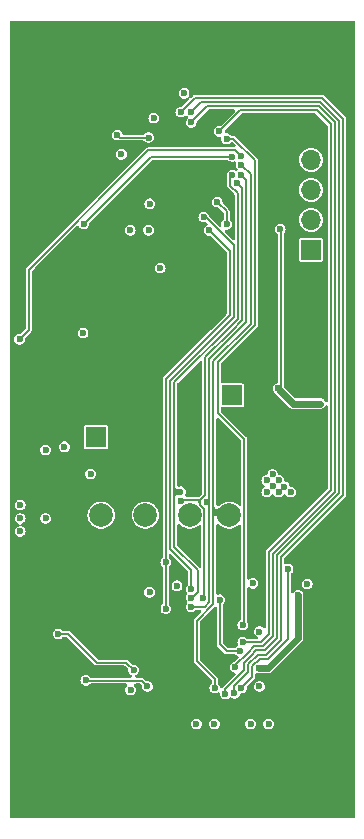
<source format=gbr>
%TF.GenerationSoftware,KiCad,Pcbnew,8.0.6*%
%TF.CreationDate,2024-12-19T09:16:50+01:00*%
%TF.ProjectId,Clicker_PCB,436c6963-6b65-4725-9f50-43422e6b6963,rev?*%
%TF.SameCoordinates,Original*%
%TF.FileFunction,Copper,L4,Bot*%
%TF.FilePolarity,Positive*%
%FSLAX46Y46*%
G04 Gerber Fmt 4.6, Leading zero omitted, Abs format (unit mm)*
G04 Created by KiCad (PCBNEW 8.0.6) date 2024-12-19 09:16:50*
%MOMM*%
%LPD*%
G01*
G04 APERTURE LIST*
%TA.AperFunction,ComponentPad*%
%ADD10C,0.700000*%
%TD*%
%TA.AperFunction,ComponentPad*%
%ADD11C,4.400000*%
%TD*%
%TA.AperFunction,ComponentPad*%
%ADD12R,1.700000X1.700000*%
%TD*%
%TA.AperFunction,ComponentPad*%
%ADD13O,1.700000X1.700000*%
%TD*%
%TA.AperFunction,HeatsinkPad*%
%ADD14C,0.500000*%
%TD*%
%TA.AperFunction,HeatsinkPad*%
%ADD15R,2.700000X2.700000*%
%TD*%
%TA.AperFunction,ComponentPad*%
%ADD16R,0.900000X0.500000*%
%TD*%
%TA.AperFunction,ComponentPad*%
%ADD17C,2.000000*%
%TD*%
%TA.AperFunction,ViaPad*%
%ADD18C,0.600000*%
%TD*%
%TA.AperFunction,Conductor*%
%ADD19C,0.600000*%
%TD*%
%TA.AperFunction,Conductor*%
%ADD20C,0.200000*%
%TD*%
G04 APERTURE END LIST*
D10*
%TO.P,H1,1,1*%
%TO.N,GND*%
X107650000Y-102275000D03*
X108133274Y-101108274D03*
X108133274Y-103441726D03*
X109300000Y-100625000D03*
D11*
X109300000Y-102275000D03*
D10*
X109300000Y-103925000D03*
X110466726Y-101108274D03*
X110466726Y-103441726D03*
X110950000Y-102275000D03*
%TD*%
D12*
%TO.P,BT1,1,+*%
%TO.N,/BAT*%
X124525000Y-130249999D03*
D13*
%TO.P,BT1,2,-*%
%TO.N,GND*%
X127065000Y-130249999D03*
%TD*%
D10*
%TO.P,H3,1,1*%
%TO.N,GND*%
X107650000Y-162275000D03*
X108133274Y-161108274D03*
X108133274Y-163441726D03*
X109300000Y-160625000D03*
D11*
X109300000Y-162275000D03*
D10*
X109300000Y-163925000D03*
X110466726Y-161108274D03*
X110466726Y-163441726D03*
X110950000Y-162275000D03*
%TD*%
D14*
%TO.P,U4,21,EPAD*%
%TO.N,GND*%
X131450000Y-136400000D03*
X131450000Y-134200000D03*
D15*
X130350000Y-135300000D03*
D14*
X129250000Y-136400000D03*
X129250000Y-134200000D03*
%TD*%
D16*
%TO.P,AE1,2*%
%TO.N,GND*%
X113650000Y-98775000D03*
%TD*%
D10*
%TO.P,H2,1,1*%
%TO.N,GND*%
X129650000Y-102275000D03*
X130133274Y-101108274D03*
X130133274Y-103441726D03*
X131300000Y-100625000D03*
D11*
X131300000Y-102275000D03*
D10*
X131300000Y-103925000D03*
X132466726Y-101108274D03*
X132466726Y-103441726D03*
X132950000Y-102275000D03*
%TD*%
D17*
%TO.P,TP5,1,1*%
%TO.N,/UWB_MISO*%
X113425000Y-140400000D03*
%TD*%
D12*
%TO.P,SW1,1,1*%
%TO.N,/CLICKER*%
X112975000Y-133800000D03*
D13*
%TO.P,SW1,2,2*%
%TO.N,GND*%
X115515000Y-133800000D03*
%TD*%
D12*
%TO.P,J1,1,Pin_1*%
%TO.N,/VIN*%
X131200000Y-117950000D03*
D13*
%TO.P,J1,2,Pin_2*%
%TO.N,/RX*%
X131200000Y-115410000D03*
%TO.P,J1,3,Pin_3*%
%TO.N,/SWDIO*%
X131200000Y-112870001D03*
%TO.P,J1,4,Pin_4*%
%TO.N,/SWCLK*%
X131200000Y-110330000D03*
%TO.P,J1,5,Pin_5*%
%TO.N,GND*%
X131200000Y-107790000D03*
%TD*%
D10*
%TO.P,H4,1,1*%
%TO.N,GND*%
X129650000Y-162275000D03*
X130133274Y-161108274D03*
X130133274Y-163441726D03*
X131300000Y-160625000D03*
D11*
X131300000Y-162275000D03*
D10*
X131300000Y-163925000D03*
X132466726Y-161108274D03*
X132466726Y-163441726D03*
X132950000Y-162275000D03*
%TD*%
D17*
%TO.P,TP7,1,1*%
%TO.N,/UWB_NSS*%
X124275000Y-140400000D03*
%TD*%
%TO.P,TP4,1,1*%
%TO.N,/UWB_MOSI*%
X117175000Y-140400000D03*
%TD*%
%TO.P,TP6,1,1*%
%TO.N,/UWB_SCK*%
X120925000Y-140400000D03*
%TD*%
D18*
%TO.N,/BAT*%
X128425000Y-129675000D03*
X131975000Y-130950000D03*
X128600000Y-116200000D03*
%TO.N,GND*%
X122675000Y-98875000D03*
X114200000Y-146925000D03*
X120925000Y-134150000D03*
X108000000Y-152025000D03*
X127050000Y-165150000D03*
X125175000Y-99400000D03*
X106300000Y-165150000D03*
X106100000Y-106150000D03*
X108300000Y-165150000D03*
X134050000Y-165150000D03*
X134500000Y-118150001D03*
X106100000Y-120149999D03*
X132050000Y-165150000D03*
X119675000Y-98875000D03*
X118175000Y-99400000D03*
X134500000Y-156150000D03*
X120875000Y-164850000D03*
X117575000Y-100725000D03*
X134500000Y-116150001D03*
X134175000Y-99400000D03*
X113650000Y-149675000D03*
X134500000Y-137650000D03*
X126575000Y-135400000D03*
X106100000Y-160899999D03*
X110425000Y-99400000D03*
X120925000Y-131650000D03*
X125050000Y-165150000D03*
X132675000Y-98850000D03*
X106100000Y-110150000D03*
X123050000Y-100900000D03*
X106100000Y-105149999D03*
X123050000Y-102875000D03*
X124700000Y-101875000D03*
X107425000Y-143150000D03*
X123050000Y-103650000D03*
X116300000Y-161000000D03*
X120925000Y-135400000D03*
X123675000Y-104400000D03*
X134500000Y-101150000D03*
X134500000Y-145650000D03*
X129175000Y-99400000D03*
X134500000Y-128150000D03*
X118500000Y-154075000D03*
X117975000Y-165025000D03*
X124300000Y-138400000D03*
X117675000Y-98875000D03*
X106100000Y-145899999D03*
X133575000Y-165600000D03*
X121050000Y-100950000D03*
X119850000Y-144600000D03*
X134500000Y-158150001D03*
X124300000Y-134150000D03*
X117525000Y-164275000D03*
X106525000Y-123950000D03*
X131050000Y-165150000D03*
X133175000Y-99400000D03*
X126106250Y-125718748D03*
X123700000Y-98875000D03*
X134500000Y-143650000D03*
X112775000Y-165650000D03*
X126300000Y-102900000D03*
X106100000Y-103149999D03*
X124200000Y-99400000D03*
X107425000Y-139124999D03*
X106100000Y-156899999D03*
X126175000Y-99400000D03*
X134500000Y-105150000D03*
X134500000Y-160150001D03*
X106100000Y-109149999D03*
X134550000Y-165600000D03*
X119700000Y-103675000D03*
X125550000Y-165625000D03*
X106100000Y-114150000D03*
X107425000Y-141124999D03*
X129550000Y-165600000D03*
X113050000Y-109925000D03*
X106100000Y-147900000D03*
X111300000Y-165150000D03*
X107300000Y-165150000D03*
X106100000Y-152900000D03*
X134500000Y-138650000D03*
X134500000Y-131150001D03*
X134500000Y-114150000D03*
X106424999Y-99399999D03*
X118650000Y-150625000D03*
X132550000Y-165600000D03*
X122100000Y-150475000D03*
X121900000Y-110588909D03*
X116075000Y-136475000D03*
X116675000Y-158025000D03*
X106100000Y-100149999D03*
X119250000Y-100950000D03*
X107925000Y-136150000D03*
X134500000Y-161150000D03*
X115675000Y-101525000D03*
X129675000Y-98850000D03*
X116925000Y-100150000D03*
X110925000Y-98900000D03*
X121175000Y-99400000D03*
X116300000Y-165150000D03*
X115299780Y-165148097D03*
X106100000Y-151899999D03*
X134500000Y-141650001D03*
X110300000Y-165150000D03*
X116550000Y-103025000D03*
X106100000Y-112149999D03*
X117325000Y-104025000D03*
X116675000Y-98875000D03*
X106512500Y-127300000D03*
X134500000Y-125150001D03*
X120200000Y-162625000D03*
X122550000Y-165625000D03*
X122000000Y-165125000D03*
X114800000Y-98875000D03*
X124675000Y-104400000D03*
X107425000Y-142125000D03*
X119950000Y-157225000D03*
X125050000Y-108025000D03*
X127175000Y-102525000D03*
X124237500Y-143837500D03*
X106100000Y-157900000D03*
X128550000Y-165600000D03*
X120200000Y-99400000D03*
X134500000Y-127150000D03*
X132225000Y-122150000D03*
X106100000Y-161899999D03*
X126300000Y-100900000D03*
X134500000Y-104150001D03*
X134500000Y-120150000D03*
X106925000Y-98900000D03*
X131550000Y-165600000D03*
X118675000Y-98875000D03*
X106100000Y-121149999D03*
X106100000Y-102149999D03*
X108925000Y-98900000D03*
X114200000Y-155175000D03*
X129050000Y-165150000D03*
X126300000Y-100150000D03*
X116350000Y-163450000D03*
X127175000Y-99400000D03*
X113800000Y-165650000D03*
X110325000Y-139300000D03*
X123575000Y-165625000D03*
X134500000Y-113150000D03*
X107425000Y-138125000D03*
X120200000Y-163450000D03*
X111425000Y-99400000D03*
X106100000Y-163900000D03*
X116275000Y-162675000D03*
X121900000Y-112875000D03*
X114800000Y-165650000D03*
X106100000Y-119149999D03*
X132175000Y-99400000D03*
X126300000Y-103675000D03*
X122250000Y-159075000D03*
X124237500Y-146900000D03*
X108800000Y-120775000D03*
X122100000Y-154075000D03*
X127175000Y-101275000D03*
X106100000Y-118150000D03*
X106100000Y-108149999D03*
X133050000Y-165150000D03*
X119175000Y-99400000D03*
X108000000Y-155150000D03*
X106950000Y-100025000D03*
X128050000Y-165150000D03*
X134500000Y-142650000D03*
X134500000Y-112150000D03*
X120675000Y-98875000D03*
X121025000Y-102775000D03*
X130675000Y-98850000D03*
X114925000Y-99900000D03*
X133250000Y-154887501D03*
X134500000Y-163150000D03*
X109300000Y-165150000D03*
X117675000Y-165650000D03*
X128675000Y-98850000D03*
X111125000Y-148900000D03*
X131175000Y-99400000D03*
X134500000Y-132150001D03*
X126550000Y-165625000D03*
X110225000Y-112375000D03*
X116150000Y-102275000D03*
X109925000Y-98900000D03*
X114200000Y-145375000D03*
X110800000Y-165650000D03*
X116300000Y-161850000D03*
X134500000Y-106150000D03*
X106100000Y-146899999D03*
X106100000Y-153900000D03*
X106100000Y-162900000D03*
X134500000Y-109150001D03*
X134500000Y-115150000D03*
X127050000Y-147175000D03*
X111925000Y-98900000D03*
X107425000Y-99425000D03*
X124675000Y-98875000D03*
X134500000Y-157150000D03*
X131675000Y-98850000D03*
X127300000Y-108025000D03*
X107800000Y-165650000D03*
X118350000Y-100775000D03*
X118550000Y-165650000D03*
X115150000Y-100775000D03*
X124237500Y-145400000D03*
X124075000Y-165150000D03*
X116950000Y-157250000D03*
X120175000Y-159925000D03*
X113300000Y-165150000D03*
X120175000Y-158925000D03*
X125675000Y-98875000D03*
X106100000Y-158900000D03*
X126850000Y-159075000D03*
X122050000Y-100950000D03*
X126106250Y-127243748D03*
X106100000Y-154899999D03*
X123075000Y-165150000D03*
X106575000Y-133775000D03*
X117525000Y-145375000D03*
X119075000Y-117825000D03*
X106100000Y-115149999D03*
X134500000Y-111150001D03*
X134500000Y-164150000D03*
X127825000Y-154125000D03*
X117925000Y-103525000D03*
X134500000Y-110150001D03*
X115900000Y-117825000D03*
X133550000Y-164525000D03*
X121425000Y-165625000D03*
X134500000Y-144650000D03*
X119675000Y-158000000D03*
X134500000Y-122150000D03*
X120925000Y-137900000D03*
X112425000Y-99400000D03*
X134500000Y-103150001D03*
X116325000Y-160025000D03*
X134500000Y-126150000D03*
X134500000Y-119150000D03*
X122050000Y-102775000D03*
X126675000Y-98875000D03*
X130050000Y-165150000D03*
X109025000Y-146650000D03*
X106100000Y-144899999D03*
X134500000Y-147650001D03*
X109425000Y-99400000D03*
X116325000Y-159025000D03*
X134500000Y-148650001D03*
X106575000Y-136025000D03*
X106512500Y-128825000D03*
X108425000Y-99400000D03*
X127550000Y-165625000D03*
X107925000Y-98900000D03*
X106100000Y-143900000D03*
X127675000Y-98875000D03*
X114300000Y-165150000D03*
X130150000Y-154887501D03*
X120925000Y-129150000D03*
X125675000Y-104400000D03*
X117325000Y-103025000D03*
X106100000Y-101149999D03*
X117175000Y-99400000D03*
X123050000Y-100150000D03*
X114200000Y-153600000D03*
X134500000Y-159150001D03*
X118696922Y-110588909D03*
X120175000Y-161800000D03*
X134500000Y-102150001D03*
X107425000Y-140124999D03*
X120175000Y-160850000D03*
X117225000Y-165100000D03*
X118700000Y-112875000D03*
X126050000Y-165150000D03*
X134500000Y-130150001D03*
X117450000Y-156550000D03*
X106800000Y-165650000D03*
X106100000Y-104149999D03*
X106100000Y-150899999D03*
X106100000Y-107149999D03*
X106575000Y-134875001D03*
X112300000Y-165150000D03*
X106100000Y-148900000D03*
X106100000Y-122150000D03*
X128175000Y-99400000D03*
X116550000Y-164250000D03*
X122175000Y-99400000D03*
X106512500Y-130400000D03*
X134500000Y-121150000D03*
X120050000Y-100950000D03*
X134500000Y-140650001D03*
X106100000Y-149899999D03*
X106575000Y-132000000D03*
X120925000Y-130400000D03*
X106100000Y-113149999D03*
X134500000Y-107150000D03*
X134500000Y-117150001D03*
X106100000Y-111149999D03*
X134500000Y-162150000D03*
X106100000Y-117149999D03*
X123175000Y-99400000D03*
X120925000Y-136650000D03*
X134500000Y-146650001D03*
X115800000Y-107525000D03*
X121537500Y-143837500D03*
X121675000Y-98875000D03*
X130550000Y-165600000D03*
X106100000Y-155899999D03*
X134500000Y-129150000D03*
X134500000Y-123150001D03*
X109800000Y-165650000D03*
X115800000Y-165650000D03*
X134500000Y-108150000D03*
X134500000Y-124150001D03*
X124550000Y-165625000D03*
X106100000Y-159899999D03*
X124550000Y-158525000D03*
X107925000Y-133650000D03*
X134500000Y-139650001D03*
X130175000Y-99400000D03*
X120925000Y-132900000D03*
X113650000Y-151225000D03*
X108800000Y-122250000D03*
X111800000Y-165650000D03*
X106100000Y-116149999D03*
X115800000Y-112800000D03*
X106800000Y-164525000D03*
X133700000Y-98850000D03*
X134500000Y-100150000D03*
X134500000Y-133150000D03*
X120350000Y-164275000D03*
X112550000Y-108225000D03*
X116800000Y-165650000D03*
X108800000Y-165650000D03*
%TO.N,+3V3*%
X127450000Y-137450000D03*
X117547229Y-114025000D03*
X127600000Y-158075000D03*
X127450000Y-138450000D03*
X128925000Y-137975000D03*
X106574999Y-141775000D03*
X106575000Y-139525000D03*
X121500000Y-158075000D03*
X128450000Y-138450000D03*
X106575000Y-140675000D03*
X110325000Y-134600000D03*
X127950000Y-137950000D03*
X115150000Y-109850000D03*
X128450000Y-137450000D03*
X123025000Y-158075000D03*
X117450000Y-116275000D03*
X112537500Y-136912500D03*
X126825000Y-150250000D03*
X119850000Y-146375000D03*
X115900000Y-116275000D03*
X130875000Y-146225000D03*
X111900000Y-124975000D03*
X117525000Y-146925000D03*
X120450000Y-104675000D03*
X126825000Y-154900000D03*
X117875000Y-106775000D03*
X127950000Y-136950000D03*
X129475000Y-138450000D03*
X126275000Y-146175000D03*
X126075000Y-158075000D03*
X118425000Y-119475000D03*
X115925000Y-155175000D03*
%TO.N,/NRST*%
X108725000Y-134875000D03*
%TO.N,/UWB/UWB_VDDLDOA*%
X130100000Y-147175000D03*
X126825000Y-153350000D03*
%TO.N,/UWB/UWB_VCOTUNE*%
X117350000Y-154900000D03*
X112125000Y-154375000D03*
%TO.N,/UWB/UWB_VDDCLK*%
X116175000Y-153500000D03*
X109800000Y-150450000D03*
%TO.N,/STATUS*%
X106525000Y-125500000D03*
X125300000Y-110025000D03*
%TO.N,Net-(U1-B3)*%
X123250000Y-113900000D03*
X124054940Y-115779941D03*
%TO.N,/BOOT0*%
X111973591Y-115723591D03*
X124536091Y-110038909D03*
X108725000Y-140674999D03*
%TO.N,/UWB_IRQ*%
X118913909Y-148311091D03*
X118900000Y-144375000D03*
X122575000Y-116275001D03*
%TO.N,/UWB_SYNC*%
X121050000Y-146656580D03*
X123487500Y-147550000D03*
X122126232Y-115160503D03*
X125169973Y-151905027D03*
%TO.N,/HSE_OUT*%
X117450000Y-108425000D03*
X114800000Y-108225000D03*
%TO.N,/UWB_NSS*%
X123050000Y-155025000D03*
X125300000Y-110775000D03*
%TO.N,/UWB_TXE_SPIPOL*%
X125425000Y-149700000D03*
X124050000Y-108525000D03*
%TO.N,/UWB_SCK*%
X122387500Y-139316916D03*
X125299611Y-111625000D03*
X121049999Y-148156585D03*
%TO.N,/UWB_NRST*%
X124800000Y-153275000D03*
X121050000Y-107150000D03*
%TO.N,/UWB_MOSI*%
X120162500Y-139166672D03*
X124905801Y-112285023D03*
X122025000Y-147425000D03*
%TO.N,/UWB_MISO*%
X124549608Y-111625000D03*
X120146659Y-138416837D03*
X121050000Y-147406583D03*
%TO.N,/UWB_RXE_SPIPHA*%
X123425000Y-107900000D03*
X125425001Y-151155025D03*
%TO.N,/UWB_WKUP*%
X123950000Y-155525000D03*
X121050000Y-106275000D03*
%TO.N,/UWB_FORCE_ON*%
X120176409Y-106276409D03*
X124715683Y-155495188D03*
%TO.N,/UWB/UWB_EXTON*%
X125300000Y-155025000D03*
X129250000Y-144974998D03*
%TD*%
D19*
%TO.N,/BAT*%
X128425000Y-129675000D02*
X129700000Y-130950000D01*
D20*
X128625000Y-116225000D02*
X128625000Y-129475000D01*
X128625000Y-129475000D02*
X128425000Y-129675000D01*
X128600000Y-116200000D02*
X128625000Y-116225000D01*
D19*
X129700000Y-130950000D02*
X131975000Y-130950000D01*
%TO.N,/UWB/UWB_VDDLDOA*%
X126825000Y-153350000D02*
X127532717Y-153350000D01*
X130100000Y-150782717D02*
X130100000Y-147175000D01*
X127532717Y-153350000D02*
X130100000Y-150782717D01*
D20*
%TO.N,/UWB/UWB_VCOTUNE*%
X116850000Y-154400000D02*
X112150000Y-154400000D01*
X117350000Y-154900000D02*
X116850000Y-154400000D01*
X112150000Y-154400000D02*
X112125000Y-154375000D01*
%TO.N,/UWB/UWB_VDDCLK*%
X115550000Y-152875000D02*
X113050000Y-152875000D01*
X116175000Y-153500000D02*
X115550000Y-152875000D01*
X113050000Y-152875000D02*
X110625000Y-150450000D01*
X110625000Y-150450000D02*
X109800000Y-150450000D01*
%TO.N,/STATUS*%
X124763909Y-109488909D02*
X117430455Y-109488909D01*
X107300000Y-119619364D02*
X107300000Y-124725000D01*
X107300000Y-124725000D02*
X106525000Y-125500000D01*
X125300000Y-110025000D02*
X124763909Y-109488909D01*
X117430455Y-109488909D02*
X107300000Y-119619364D01*
%TO.N,Net-(U1-B3)*%
X124054940Y-115779941D02*
X124054940Y-114679940D01*
X123275000Y-113900000D02*
X123250000Y-113900000D01*
X124054940Y-114679940D02*
X123275000Y-113900000D01*
%TO.N,/BOOT0*%
X111976409Y-115723591D02*
X117661091Y-110038909D01*
X117661091Y-110038909D02*
X124536091Y-110038909D01*
X111973591Y-115723591D02*
X111976409Y-115723591D01*
%TO.N,/UWB_IRQ*%
X118912500Y-144362500D02*
X118900000Y-144375000D01*
X118900000Y-148297182D02*
X118913909Y-148311091D01*
X118912500Y-128870467D02*
X118912500Y-144362500D01*
X124300000Y-118000001D02*
X124300000Y-123482968D01*
X124300000Y-123482968D02*
X122878984Y-124903983D01*
X122575000Y-116275001D02*
X124300000Y-118000001D01*
X118900000Y-144375000D02*
X118900000Y-148297182D01*
X122878984Y-124903983D02*
X118912500Y-128870467D01*
%TO.N,/UWB_SYNC*%
X124080027Y-151905027D02*
X125169973Y-151905027D01*
X121050000Y-145022182D02*
X119262500Y-143234682D01*
X123487500Y-151312500D02*
X124080027Y-151905027D01*
X124650000Y-123627942D02*
X124650000Y-117537500D01*
X123487500Y-147550000D02*
X123487500Y-151312500D01*
X119262500Y-143234682D02*
X119262500Y-129015442D01*
X119262500Y-129015442D02*
X124650000Y-123627942D01*
X122273003Y-115160503D02*
X122126232Y-115160503D01*
X121050000Y-146656580D02*
X121050000Y-145022182D01*
X124650000Y-117537500D02*
X122273003Y-115160503D01*
%TO.N,/HSE_OUT*%
X115000000Y-108425000D02*
X114800000Y-108225000D01*
X117450000Y-108425000D02*
X115000000Y-108425000D01*
%TO.N,/UWB_NSS*%
X123050000Y-154247182D02*
X121512500Y-152709682D01*
X126075000Y-124182842D02*
X126075000Y-111550000D01*
X121512500Y-152709682D02*
X121512500Y-149332475D01*
X126075000Y-111550000D02*
X125300000Y-110775000D01*
X121512500Y-149332475D02*
X122937500Y-147907475D01*
X122937500Y-127320342D02*
X126075000Y-124182842D01*
X122937500Y-147907475D02*
X122937500Y-140400000D01*
X122937500Y-139062500D02*
X122937500Y-138100000D01*
X124275000Y-140400000D02*
X122937500Y-140400000D01*
X122937500Y-140400000D02*
X122937500Y-127320342D01*
X123050000Y-155025000D02*
X123050000Y-154247182D01*
%TO.N,/UWB_TXE_SPIPOL*%
X123287500Y-131712500D02*
X123287500Y-127465316D01*
X123287500Y-127465316D02*
X126425000Y-124327816D01*
X126425000Y-124327816D02*
X126425000Y-110325000D01*
X125537500Y-149587500D02*
X125537500Y-133962500D01*
X126425000Y-110325000D02*
X124625000Y-108525000D01*
X125537500Y-133962500D02*
X123287500Y-131712500D01*
X125425000Y-149700000D02*
X125537500Y-149587500D01*
X124625000Y-108525000D02*
X124050000Y-108525000D01*
%TO.N,/UWB_SCK*%
X122193415Y-148156585D02*
X122587500Y-147762500D01*
X125700000Y-124062868D02*
X125700000Y-112025389D01*
X121049999Y-148156585D02*
X122193415Y-148156585D01*
X122587500Y-127175368D02*
X125700000Y-124062868D01*
X122587500Y-139116916D02*
X122387500Y-139316916D01*
X122587500Y-138987500D02*
X122587500Y-139116916D01*
X125700000Y-112025389D02*
X125299611Y-111625000D01*
X122587500Y-138987500D02*
X122587500Y-127175368D01*
X122587500Y-147762500D02*
X122587500Y-138987500D01*
%TO.N,/UWB_NRST*%
X124800000Y-153112260D02*
X125843630Y-152068630D01*
X125843630Y-152068628D02*
X126412258Y-151500000D01*
X122425000Y-105775000D02*
X121050000Y-107150000D01*
X126412258Y-151500000D02*
X127119974Y-151500000D01*
X127975000Y-150644974D02*
X127975000Y-143660052D01*
X125843630Y-152068630D02*
X125843630Y-152068628D01*
X131850000Y-105775000D02*
X122425000Y-105775000D01*
X133225000Y-138410052D02*
X133225000Y-107150000D01*
X124800000Y-153275000D02*
X124800000Y-153112260D01*
X133225000Y-107150000D02*
X131850000Y-105775000D01*
X127119974Y-151500000D02*
X127975000Y-150644974D01*
X127975000Y-143660052D02*
X133225000Y-138410052D01*
%TO.N,/UWB_MOSI*%
X125350000Y-112729222D02*
X125350000Y-123917894D01*
X122175000Y-139882233D02*
X122175000Y-147275000D01*
X124471447Y-124796447D02*
X124471445Y-124796447D01*
X121612500Y-139125000D02*
X121837500Y-139350000D01*
X121837500Y-139089098D02*
X121837500Y-139350000D01*
X122237500Y-138689098D02*
X121837500Y-139089098D01*
X121612500Y-139089098D02*
X121612500Y-139125000D01*
X120240074Y-139089098D02*
X120162500Y-139166672D01*
X122175000Y-147275000D02*
X122025000Y-147425000D01*
X124471445Y-124796447D02*
X122237500Y-127030392D01*
X121837500Y-139350000D02*
X121837500Y-139544733D01*
X124905801Y-112285023D02*
X125350000Y-112729222D01*
X125350000Y-123917894D02*
X124471447Y-124796447D01*
X121837500Y-139089098D02*
X121612500Y-139089098D01*
X121612500Y-139089098D02*
X120240074Y-139089098D01*
X121837500Y-139544733D02*
X122175000Y-139882233D01*
X122237500Y-127030392D02*
X122237500Y-138689098D01*
%TO.N,/UWB_MISO*%
X121600000Y-145077208D02*
X119612500Y-143089708D01*
X125000000Y-113157040D02*
X124355801Y-112512841D01*
X121600000Y-146884398D02*
X121600000Y-145077208D01*
X119612500Y-138087500D02*
X119612500Y-129160417D01*
X120146659Y-138416837D02*
X119945663Y-138416837D01*
X121050000Y-147406583D02*
X121077815Y-147406583D01*
X119612500Y-129160417D02*
X125000000Y-123772917D01*
X119654337Y-138416837D02*
X120146659Y-138416837D01*
X119945663Y-138416837D02*
X119612500Y-138750000D01*
X120877812Y-147206580D02*
X121277818Y-147206580D01*
X119612500Y-138375000D02*
X119612500Y-138087500D01*
X119612500Y-138375000D02*
X119654337Y-138416837D01*
X124355801Y-111818807D02*
X124549608Y-111625000D01*
X125000000Y-123772917D02*
X125000000Y-113157040D01*
X121277818Y-147206580D02*
X121600000Y-146884398D01*
X121077815Y-147406583D02*
X120877812Y-147206580D01*
X120146659Y-138416837D02*
X119941837Y-138416837D01*
X119941837Y-138416837D02*
X119612500Y-138087500D01*
X124355801Y-112512841D02*
X124355801Y-111818807D01*
X119612500Y-143089708D02*
X119612500Y-138750000D01*
X119612500Y-138750000D02*
X119612500Y-138375000D01*
%TO.N,/UWB_RXE_SPIPHA*%
X125425001Y-151155025D02*
X125430026Y-151150000D01*
X127625000Y-143515078D02*
X132875000Y-138265078D01*
X125200000Y-106125000D02*
X123425000Y-107900000D01*
X132875000Y-107294974D02*
X131705026Y-106125000D01*
X131705026Y-106125000D02*
X125200000Y-106125000D01*
X132875000Y-138265078D02*
X132875000Y-107294974D01*
X125430026Y-151150000D02*
X126975000Y-151150000D01*
X126975000Y-151150000D02*
X127625000Y-150500000D01*
X127625000Y-150500000D02*
X127625000Y-143515078D01*
%TO.N,/UWB_WKUP*%
X121900000Y-105425000D02*
X121050000Y-106275000D01*
X133575000Y-138555026D02*
X133575000Y-107000000D01*
X123950000Y-155102207D02*
X125525000Y-153527207D01*
X128325000Y-150789949D02*
X128325000Y-143805026D01*
X127264949Y-151850000D02*
X128325000Y-150789949D01*
X125525000Y-152882234D02*
X126091117Y-152316117D01*
X132000000Y-105425000D02*
X121900000Y-105425000D01*
X125525000Y-153527207D02*
X125525000Y-152882234D01*
X133575000Y-107000000D02*
X132000000Y-105425000D01*
X126091117Y-152316117D02*
X126102208Y-152305025D01*
X128325000Y-143805026D02*
X133575000Y-138555026D01*
X126102208Y-152305025D02*
X126557233Y-151850000D01*
X123950000Y-155525000D02*
X123950000Y-155102207D01*
X126557233Y-151850000D02*
X127264949Y-151850000D01*
%TO.N,/UWB_FORCE_ON*%
X121377818Y-105075000D02*
X120176409Y-106276409D01*
X128675000Y-143950001D02*
X133925000Y-138700001D01*
X133925000Y-138700001D02*
X133925000Y-106855025D01*
X124715683Y-154831499D02*
X125875000Y-153672182D01*
X125875000Y-153672182D02*
X125875000Y-153027208D01*
X126702208Y-152200000D02*
X127409924Y-152200000D01*
X133925000Y-106855025D02*
X132144975Y-105075000D01*
X128675000Y-150934924D02*
X128675000Y-143950001D01*
X124715683Y-155495188D02*
X124715683Y-154831499D01*
X125875000Y-153027208D02*
X126702208Y-152200000D01*
X132144975Y-105075000D02*
X121377818Y-105075000D01*
X127409924Y-152200000D02*
X128675000Y-150934924D01*
%TO.N,/UWB/UWB_EXTON*%
X126225000Y-153172183D02*
X126225000Y-154100000D01*
X127554899Y-152550000D02*
X126847183Y-152550000D01*
X126847183Y-152550000D02*
X126225000Y-153172183D01*
X129250000Y-144974998D02*
X129250000Y-150854899D01*
X126225000Y-154100000D02*
X125300000Y-155025000D01*
X129250000Y-150854899D02*
X127554899Y-152550000D01*
%TD*%
%TA.AperFunction,Conductor*%
%TO.N,GND*%
G36*
X123156334Y-148145416D02*
G01*
X123212267Y-148187288D01*
X123236684Y-148252752D01*
X123237000Y-148261598D01*
X123237000Y-151362329D01*
X123275136Y-151454397D01*
X123860592Y-152039852D01*
X123860595Y-152039856D01*
X123860596Y-152039856D01*
X123867662Y-152046922D01*
X123867663Y-152046924D01*
X123938130Y-152117391D01*
X123976267Y-152133187D01*
X124030200Y-152155528D01*
X124030201Y-152155528D01*
X124144289Y-152155528D01*
X124144297Y-152155527D01*
X124734306Y-152155527D01*
X124801345Y-152175212D01*
X124828019Y-152198324D01*
X124871924Y-152248994D01*
X124980904Y-152319031D01*
X124980907Y-152319032D01*
X124980909Y-152319033D01*
X124988976Y-152322718D01*
X124988318Y-152324158D01*
X125038643Y-152356498D01*
X125067670Y-152420053D01*
X125057729Y-152489212D01*
X125032615Y-152525383D01*
X124953184Y-152604815D01*
X124755159Y-152802839D01*
X124702413Y-152834134D01*
X124610932Y-152860994D01*
X124501950Y-152931033D01*
X124417118Y-153028937D01*
X124417117Y-153028938D01*
X124363302Y-153146774D01*
X124344867Y-153275000D01*
X124363302Y-153403225D01*
X124407497Y-153499996D01*
X124417118Y-153521063D01*
X124501951Y-153618967D01*
X124610931Y-153689004D01*
X124627834Y-153693967D01*
X124718075Y-153720464D01*
X124776853Y-153758237D01*
X124805879Y-153821793D01*
X124795936Y-153890951D01*
X124770822Y-153927122D01*
X123808103Y-154889843D01*
X123737637Y-154960308D01*
X123737636Y-154960310D01*
X123731109Y-154976067D01*
X123687266Y-155030469D01*
X123620971Y-155052532D01*
X123553272Y-155035251D01*
X123505663Y-154984112D01*
X123493811Y-154946256D01*
X123493096Y-154941285D01*
X123486697Y-154896774D01*
X123432882Y-154778937D01*
X123348049Y-154681033D01*
X123348048Y-154681032D01*
X123348047Y-154681031D01*
X123343296Y-154676914D01*
X123305523Y-154618136D01*
X123300500Y-154583202D01*
X123300500Y-154197355D01*
X123300499Y-154197352D01*
X123262364Y-154105285D01*
X123191897Y-154034818D01*
X121799319Y-152642240D01*
X121765834Y-152580917D01*
X121763000Y-152554559D01*
X121763000Y-149487598D01*
X121782685Y-149420559D01*
X121799319Y-149399917D01*
X123025319Y-148173917D01*
X123086642Y-148140432D01*
X123156334Y-148145416D01*
G37*
%TD.AperFunction*%
%TA.AperFunction,Conductor*%
G36*
X131616942Y-106395185D02*
G01*
X131637584Y-106411819D01*
X132588181Y-107362416D01*
X132621666Y-107423739D01*
X132624500Y-107450097D01*
X132624500Y-130711194D01*
X132604815Y-130778233D01*
X132552011Y-130823988D01*
X132482853Y-130833932D01*
X132419297Y-130804907D01*
X132393114Y-130773196D01*
X132378835Y-130748465D01*
X132373427Y-130737975D01*
X132357884Y-130703941D01*
X132357883Y-130703940D01*
X132357882Y-130703937D01*
X132351385Y-130696439D01*
X132337709Y-130677233D01*
X132335488Y-130673386D01*
X132308065Y-130645963D01*
X132302046Y-130639498D01*
X132273049Y-130606033D01*
X132273047Y-130606032D01*
X132273048Y-130606032D01*
X132270508Y-130604400D01*
X132258101Y-130594401D01*
X132258059Y-130594458D01*
X132251617Y-130589515D01*
X132251613Y-130589511D01*
X132234933Y-130579881D01*
X132212115Y-130566706D01*
X132207078Y-130563636D01*
X132164068Y-130535995D01*
X132162773Y-130535404D01*
X132153845Y-130532254D01*
X132148887Y-130530200D01*
X132098195Y-130516617D01*
X132095358Y-130515821D01*
X132039772Y-130499500D01*
X132039771Y-130499500D01*
X129937965Y-130499500D01*
X129870926Y-130479815D01*
X129850284Y-130463181D01*
X128911820Y-129524717D01*
X128878335Y-129463394D01*
X128875501Y-129437036D01*
X128875501Y-129415183D01*
X128875500Y-129415169D01*
X128875500Y-118814822D01*
X130199499Y-118814822D01*
X130208231Y-118858717D01*
X130208232Y-118858721D01*
X130208233Y-118858722D01*
X130241496Y-118908504D01*
X130291278Y-118941767D01*
X130291281Y-118941767D01*
X130291282Y-118941768D01*
X130335177Y-118950500D01*
X130335180Y-118950500D01*
X132064822Y-118950500D01*
X132108717Y-118941768D01*
X132108717Y-118941767D01*
X132108722Y-118941767D01*
X132158504Y-118908504D01*
X132191767Y-118858722D01*
X132200500Y-118814820D01*
X132200500Y-117085180D01*
X132200500Y-117085177D01*
X132191768Y-117041282D01*
X132191767Y-117041281D01*
X132191767Y-117041278D01*
X132158504Y-116991496D01*
X132146353Y-116983377D01*
X132108724Y-116958234D01*
X132108717Y-116958231D01*
X132064822Y-116949500D01*
X132064820Y-116949500D01*
X130335180Y-116949500D01*
X130335178Y-116949500D01*
X130291282Y-116958231D01*
X130291275Y-116958234D01*
X130241496Y-116991495D01*
X130241495Y-116991496D01*
X130208234Y-117041275D01*
X130208231Y-117041282D01*
X130199500Y-117085177D01*
X130199500Y-117085180D01*
X130199500Y-118814820D01*
X130199500Y-118814822D01*
X130199499Y-118814822D01*
X128875500Y-118814822D01*
X128875500Y-116616238D01*
X128895185Y-116549199D01*
X128905777Y-116535047D01*
X128982882Y-116446063D01*
X129036697Y-116328226D01*
X129055133Y-116200000D01*
X129036697Y-116071774D01*
X128982882Y-115953937D01*
X128898049Y-115856033D01*
X128789069Y-115785996D01*
X128789065Y-115785994D01*
X128789064Y-115785994D01*
X128664774Y-115749500D01*
X128664772Y-115749500D01*
X128535228Y-115749500D01*
X128535226Y-115749500D01*
X128410935Y-115785994D01*
X128410932Y-115785995D01*
X128410931Y-115785996D01*
X128359677Y-115818934D01*
X128301950Y-115856033D01*
X128217118Y-115953937D01*
X128217117Y-115953938D01*
X128163302Y-116071774D01*
X128144867Y-116200000D01*
X128163302Y-116328225D01*
X128215318Y-116442122D01*
X128217118Y-116446063D01*
X128301951Y-116543967D01*
X128317537Y-116553983D01*
X128363293Y-116606786D01*
X128374500Y-116658300D01*
X128374500Y-129126990D01*
X128354815Y-129194029D01*
X128302011Y-129239784D01*
X128282596Y-129246764D01*
X128251111Y-129255200D01*
X128246146Y-129257257D01*
X128237230Y-129260402D01*
X128235933Y-129260994D01*
X128192930Y-129288630D01*
X128187895Y-129291699D01*
X128148387Y-129314509D01*
X128141941Y-129319456D01*
X128141899Y-129319401D01*
X128129494Y-129329397D01*
X128126955Y-129331028D01*
X128126949Y-129331033D01*
X128097969Y-129364478D01*
X128091943Y-129370951D01*
X128064515Y-129398380D01*
X128064503Y-129398396D01*
X128062279Y-129402249D01*
X128048619Y-129421433D01*
X128042116Y-129428938D01*
X128042114Y-129428941D01*
X128026576Y-129462965D01*
X128021172Y-129473450D01*
X128005200Y-129501114D01*
X128002263Y-129512074D01*
X127995289Y-129531473D01*
X127988305Y-129546767D01*
X127988302Y-129546777D01*
X127983952Y-129577028D01*
X127980991Y-129591464D01*
X127974502Y-129615684D01*
X127974501Y-129615693D01*
X127974501Y-129633899D01*
X127973239Y-129651545D01*
X127969867Y-129674999D01*
X127973239Y-129698452D01*
X127974501Y-129716099D01*
X127974501Y-129734313D01*
X127980991Y-129758535D01*
X127983952Y-129772972D01*
X127988303Y-129803225D01*
X127988304Y-129803230D01*
X127995286Y-129818518D01*
X128002265Y-129837932D01*
X128005199Y-129848881D01*
X128005202Y-129848889D01*
X128021166Y-129876539D01*
X128026573Y-129887026D01*
X128042117Y-129921062D01*
X128042118Y-129921063D01*
X128048609Y-129928555D01*
X128062283Y-129947756D01*
X128064509Y-129951612D01*
X128064510Y-129951613D01*
X128064511Y-129951614D01*
X128091945Y-129979048D01*
X128097951Y-129985499D01*
X128126951Y-130018967D01*
X128129488Y-130020597D01*
X128150126Y-130037229D01*
X129423386Y-131310489D01*
X129423387Y-131310490D01*
X129423389Y-131310491D01*
X129466957Y-131335644D01*
X129466959Y-131335646D01*
X129466960Y-131335646D01*
X129526114Y-131369799D01*
X129640691Y-131400500D01*
X129640694Y-131400500D01*
X132039772Y-131400500D01*
X132095426Y-131384157D01*
X132098243Y-131383368D01*
X132148886Y-131369799D01*
X132148892Y-131369795D01*
X132153821Y-131367754D01*
X132162768Y-131364597D01*
X132164062Y-131364005D01*
X132164069Y-131364004D01*
X132207114Y-131336339D01*
X132212086Y-131333309D01*
X132251613Y-131310489D01*
X132251618Y-131310483D01*
X132258068Y-131305536D01*
X132258111Y-131305593D01*
X132270525Y-131295588D01*
X132273049Y-131293967D01*
X132302054Y-131260491D01*
X132308060Y-131254040D01*
X132335489Y-131226613D01*
X132337708Y-131222767D01*
X132351387Y-131203557D01*
X132357882Y-131196063D01*
X132373428Y-131162018D01*
X132378822Y-131151555D01*
X132393115Y-131126801D01*
X132443683Y-131078589D01*
X132512290Y-131065368D01*
X132577154Y-131091337D01*
X132617681Y-131148252D01*
X132624500Y-131188806D01*
X132624500Y-138109955D01*
X132604815Y-138176994D01*
X132588181Y-138197636D01*
X127412637Y-143373179D01*
X127412636Y-143373180D01*
X127374500Y-143465248D01*
X127374500Y-149863766D01*
X127354815Y-149930805D01*
X127302011Y-149976560D01*
X127232853Y-149986504D01*
X127169297Y-149957479D01*
X127156786Y-149944968D01*
X127123049Y-149906033D01*
X127014069Y-149835996D01*
X127014065Y-149835994D01*
X127014064Y-149835994D01*
X126889774Y-149799500D01*
X126889772Y-149799500D01*
X126760228Y-149799500D01*
X126760226Y-149799500D01*
X126635935Y-149835994D01*
X126635932Y-149835995D01*
X126635931Y-149835996D01*
X126592720Y-149863766D01*
X126526950Y-149906033D01*
X126442118Y-150003937D01*
X126442117Y-150003938D01*
X126388302Y-150121774D01*
X126369867Y-150250000D01*
X126388302Y-150378225D01*
X126396529Y-150396239D01*
X126442118Y-150496063D01*
X126526951Y-150593967D01*
X126635931Y-150664004D01*
X126635933Y-150664004D01*
X126643392Y-150668798D01*
X126642221Y-150670618D01*
X126685895Y-150708465D01*
X126705577Y-150775505D01*
X126685889Y-150842544D01*
X126633083Y-150888297D01*
X126581577Y-150899500D01*
X125856314Y-150899500D01*
X125789275Y-150879815D01*
X125762600Y-150856702D01*
X125723050Y-150811058D01*
X125614070Y-150741021D01*
X125614066Y-150741019D01*
X125614065Y-150741019D01*
X125489775Y-150704525D01*
X125489773Y-150704525D01*
X125360229Y-150704525D01*
X125360227Y-150704525D01*
X125235936Y-150741019D01*
X125235933Y-150741020D01*
X125235932Y-150741021D01*
X125220190Y-150751138D01*
X125126951Y-150811058D01*
X125042119Y-150908962D01*
X125042118Y-150908963D01*
X124988303Y-151026799D01*
X124969868Y-151155025D01*
X124988303Y-151283251D01*
X124988304Y-151283252D01*
X125015346Y-151342466D01*
X125025290Y-151411624D01*
X124996265Y-151475180D01*
X124969592Y-151498292D01*
X124871924Y-151561059D01*
X124828020Y-151611729D01*
X124769242Y-151649504D01*
X124734306Y-151654527D01*
X124235149Y-151654527D01*
X124168110Y-151634842D01*
X124147468Y-151618208D01*
X123774319Y-151245058D01*
X123740834Y-151183735D01*
X123738000Y-151157377D01*
X123738000Y-147991796D01*
X123757685Y-147924757D01*
X123780802Y-147898079D01*
X123785538Y-147893973D01*
X123785549Y-147893967D01*
X123870382Y-147796063D01*
X123924197Y-147678226D01*
X123942633Y-147550000D01*
X123924197Y-147421774D01*
X123870382Y-147303937D01*
X123785549Y-147206033D01*
X123676569Y-147135996D01*
X123676565Y-147135994D01*
X123676564Y-147135994D01*
X123552274Y-147099500D01*
X123552272Y-147099500D01*
X123422728Y-147099500D01*
X123346933Y-147121754D01*
X123277063Y-147121753D01*
X123218286Y-147083977D01*
X123189262Y-147020421D01*
X123188000Y-147002776D01*
X123188000Y-141239661D01*
X123207685Y-141172622D01*
X123260489Y-141126867D01*
X123329647Y-141116923D01*
X123393203Y-141145948D01*
X123410951Y-141164931D01*
X123421128Y-141178407D01*
X123578698Y-141322052D01*
X123759981Y-141434298D01*
X123958802Y-141511321D01*
X124168390Y-141550500D01*
X124168392Y-141550500D01*
X124381608Y-141550500D01*
X124381610Y-141550500D01*
X124591198Y-141511321D01*
X124790019Y-141434298D01*
X124971302Y-141322052D01*
X125079461Y-141223450D01*
X125142265Y-141192833D01*
X125211652Y-141201030D01*
X125265593Y-141245440D01*
X125286961Y-141311962D01*
X125287000Y-141315087D01*
X125287000Y-149185467D01*
X125267315Y-149252506D01*
X125230040Y-149289781D01*
X125187473Y-149317137D01*
X125126950Y-149356033D01*
X125042118Y-149453937D01*
X125042117Y-149453938D01*
X124988302Y-149571774D01*
X124969867Y-149700000D01*
X124988302Y-149828225D01*
X125035150Y-149930805D01*
X125042118Y-149946063D01*
X125126951Y-150043967D01*
X125235931Y-150114004D01*
X125262394Y-150121774D01*
X125360225Y-150150499D01*
X125360227Y-150150500D01*
X125360228Y-150150500D01*
X125489773Y-150150500D01*
X125489773Y-150150499D01*
X125614069Y-150114004D01*
X125723049Y-150043967D01*
X125807882Y-149946063D01*
X125861697Y-149828226D01*
X125880133Y-149700000D01*
X125861697Y-149571774D01*
X125807882Y-149453937D01*
X125807879Y-149453934D01*
X125807679Y-149453622D01*
X125807573Y-149453261D01*
X125804198Y-149445871D01*
X125805260Y-149445385D01*
X125788000Y-149386590D01*
X125788000Y-146624624D01*
X125807685Y-146557585D01*
X125860489Y-146511830D01*
X125929647Y-146501886D01*
X125979035Y-146520306D01*
X126085931Y-146589004D01*
X126085932Y-146589004D01*
X126085935Y-146589006D01*
X126210225Y-146625499D01*
X126210227Y-146625500D01*
X126210228Y-146625500D01*
X126339773Y-146625500D01*
X126339773Y-146625499D01*
X126464069Y-146589004D01*
X126573049Y-146518967D01*
X126657882Y-146421063D01*
X126711697Y-146303226D01*
X126730133Y-146175000D01*
X126711697Y-146046774D01*
X126657882Y-145928937D01*
X126573049Y-145831033D01*
X126464069Y-145760996D01*
X126464065Y-145760994D01*
X126464064Y-145760994D01*
X126339774Y-145724500D01*
X126339772Y-145724500D01*
X126210228Y-145724500D01*
X126210226Y-145724500D01*
X126085935Y-145760994D01*
X126085932Y-145760995D01*
X126085931Y-145760996D01*
X126061206Y-145776886D01*
X125979039Y-145829691D01*
X125911999Y-145849375D01*
X125844960Y-145829690D01*
X125799205Y-145776886D01*
X125788000Y-145725375D01*
X125788000Y-137450000D01*
X126994867Y-137450000D01*
X127013302Y-137578225D01*
X127037419Y-137631033D01*
X127067118Y-137696063D01*
X127151951Y-137793967D01*
X127232425Y-137845684D01*
X127278180Y-137898488D01*
X127288124Y-137967647D01*
X127259099Y-138031202D01*
X127232426Y-138054314D01*
X127203698Y-138072776D01*
X127151950Y-138106033D01*
X127067118Y-138203937D01*
X127067117Y-138203938D01*
X127013302Y-138321774D01*
X126994867Y-138450000D01*
X127013302Y-138578225D01*
X127033137Y-138621656D01*
X127067118Y-138696063D01*
X127151951Y-138793967D01*
X127260931Y-138864004D01*
X127385225Y-138900499D01*
X127385227Y-138900500D01*
X127385228Y-138900500D01*
X127514773Y-138900500D01*
X127514773Y-138900499D01*
X127639069Y-138864004D01*
X127748049Y-138793967D01*
X127832882Y-138696063D01*
X127837206Y-138686595D01*
X127882961Y-138633791D01*
X127950000Y-138614107D01*
X128017040Y-138633792D01*
X128062794Y-138686595D01*
X128067118Y-138696063D01*
X128151951Y-138793967D01*
X128260931Y-138864004D01*
X128385225Y-138900499D01*
X128385227Y-138900500D01*
X128385228Y-138900500D01*
X128514773Y-138900500D01*
X128514773Y-138900499D01*
X128639069Y-138864004D01*
X128748049Y-138793967D01*
X128832882Y-138696063D01*
X128849706Y-138659223D01*
X128895461Y-138606420D01*
X128962500Y-138586736D01*
X129029540Y-138606421D01*
X129075293Y-138659223D01*
X129092118Y-138696063D01*
X129176951Y-138793967D01*
X129285931Y-138864004D01*
X129410225Y-138900499D01*
X129410227Y-138900500D01*
X129410228Y-138900500D01*
X129539773Y-138900500D01*
X129539773Y-138900499D01*
X129664069Y-138864004D01*
X129773049Y-138793967D01*
X129857882Y-138696063D01*
X129911697Y-138578226D01*
X129930133Y-138450000D01*
X129911697Y-138321774D01*
X129857882Y-138203937D01*
X129773049Y-138106033D01*
X129664069Y-138035996D01*
X129664065Y-138035994D01*
X129664064Y-138035994D01*
X129539774Y-137999500D01*
X129539772Y-137999500D01*
X129491102Y-137999500D01*
X129424063Y-137979815D01*
X129378308Y-137927011D01*
X129368364Y-137893146D01*
X129361697Y-137846774D01*
X129361199Y-137845684D01*
X129307882Y-137728937D01*
X129223049Y-137631033D01*
X129114069Y-137560996D01*
X129114065Y-137560994D01*
X129114064Y-137560994D01*
X128989048Y-137524287D01*
X128930270Y-137486514D01*
X128901245Y-137422961D01*
X128886697Y-137321774D01*
X128832882Y-137203937D01*
X128748049Y-137106033D01*
X128639069Y-137035996D01*
X128639065Y-137035994D01*
X128639064Y-137035994D01*
X128514774Y-136999500D01*
X128505995Y-136998238D01*
X128506375Y-136995588D01*
X128452658Y-136979815D01*
X128406903Y-136927011D01*
X128396959Y-136893147D01*
X128386697Y-136821774D01*
X128332882Y-136703938D01*
X128332882Y-136703937D01*
X128248049Y-136606033D01*
X128139069Y-136535996D01*
X128139065Y-136535994D01*
X128139064Y-136535994D01*
X128014774Y-136499500D01*
X128014772Y-136499500D01*
X127885228Y-136499500D01*
X127885226Y-136499500D01*
X127760935Y-136535994D01*
X127760932Y-136535995D01*
X127760931Y-136535996D01*
X127710302Y-136568533D01*
X127651950Y-136606033D01*
X127567118Y-136703937D01*
X127567117Y-136703938D01*
X127513302Y-136821774D01*
X127503041Y-136893147D01*
X127474016Y-136956703D01*
X127415238Y-136994477D01*
X127393905Y-136997544D01*
X127394005Y-136998238D01*
X127385225Y-136999500D01*
X127260935Y-137035994D01*
X127260932Y-137035995D01*
X127260931Y-137035996D01*
X127209677Y-137068934D01*
X127151950Y-137106033D01*
X127067118Y-137203937D01*
X127067117Y-137203938D01*
X127013302Y-137321774D01*
X126994867Y-137450000D01*
X125788000Y-137450000D01*
X125788000Y-134026770D01*
X125788001Y-134026761D01*
X125788001Y-133912674D01*
X125788000Y-133912670D01*
X125749864Y-133820604D01*
X125749863Y-133820602D01*
X125672332Y-133743071D01*
X125672325Y-133743065D01*
X123574319Y-131645058D01*
X123540834Y-131583735D01*
X123538000Y-131557377D01*
X123538000Y-131374499D01*
X123557685Y-131307460D01*
X123610489Y-131261705D01*
X123662000Y-131250499D01*
X125389822Y-131250499D01*
X125433717Y-131241767D01*
X125433717Y-131241766D01*
X125433722Y-131241766D01*
X125483504Y-131208503D01*
X125516767Y-131158721D01*
X125518195Y-131151544D01*
X125525500Y-131114821D01*
X125525500Y-129385176D01*
X125516768Y-129341281D01*
X125516767Y-129341280D01*
X125516767Y-129341277D01*
X125483504Y-129291495D01*
X125481608Y-129290228D01*
X125433724Y-129258233D01*
X125433717Y-129258230D01*
X125389822Y-129249499D01*
X125389820Y-129249499D01*
X123662000Y-129249499D01*
X123594961Y-129229814D01*
X123549206Y-129177010D01*
X123538000Y-129125499D01*
X123538000Y-127620439D01*
X123557685Y-127553400D01*
X123574319Y-127532758D01*
X123966900Y-127140177D01*
X126637364Y-124469713D01*
X126675500Y-124377644D01*
X126675500Y-124277988D01*
X126675500Y-115410000D01*
X130194659Y-115410000D01*
X130213975Y-115606129D01*
X130213976Y-115606132D01*
X130268537Y-115785996D01*
X130271188Y-115794733D01*
X130364086Y-115968532D01*
X130364090Y-115968539D01*
X130489116Y-116120883D01*
X130641460Y-116245909D01*
X130641467Y-116245913D01*
X130815266Y-116338811D01*
X130815269Y-116338811D01*
X130815273Y-116338814D01*
X131003868Y-116396024D01*
X131200000Y-116415341D01*
X131396132Y-116396024D01*
X131584727Y-116338814D01*
X131758538Y-116245910D01*
X131910883Y-116120883D01*
X132035910Y-115968538D01*
X132109538Y-115830790D01*
X132128811Y-115794733D01*
X132128811Y-115794732D01*
X132128814Y-115794727D01*
X132186024Y-115606132D01*
X132205341Y-115410000D01*
X132186024Y-115213868D01*
X132128814Y-115025273D01*
X132128811Y-115025269D01*
X132128811Y-115025266D01*
X132035913Y-114851467D01*
X132035909Y-114851460D01*
X131910883Y-114699116D01*
X131758539Y-114574090D01*
X131758532Y-114574086D01*
X131584733Y-114481188D01*
X131584727Y-114481186D01*
X131396132Y-114423976D01*
X131396129Y-114423975D01*
X131200000Y-114404659D01*
X131003870Y-114423975D01*
X130815266Y-114481188D01*
X130641467Y-114574086D01*
X130641460Y-114574090D01*
X130489116Y-114699116D01*
X130364090Y-114851460D01*
X130364086Y-114851467D01*
X130271188Y-115025266D01*
X130213975Y-115213870D01*
X130194659Y-115410000D01*
X126675500Y-115410000D01*
X126675500Y-112870001D01*
X130194659Y-112870001D01*
X130213975Y-113066130D01*
X130271188Y-113254734D01*
X130364086Y-113428533D01*
X130364090Y-113428540D01*
X130489116Y-113580884D01*
X130641460Y-113705910D01*
X130641467Y-113705914D01*
X130815266Y-113798812D01*
X130815269Y-113798812D01*
X130815273Y-113798815D01*
X131003868Y-113856025D01*
X131200000Y-113875342D01*
X131396132Y-113856025D01*
X131584727Y-113798815D01*
X131758538Y-113705911D01*
X131910883Y-113580884D01*
X132035910Y-113428539D01*
X132128814Y-113254728D01*
X132186024Y-113066133D01*
X132205341Y-112870001D01*
X132186024Y-112673869D01*
X132128814Y-112485274D01*
X132128811Y-112485270D01*
X132128811Y-112485267D01*
X132035913Y-112311468D01*
X132035909Y-112311461D01*
X131910883Y-112159117D01*
X131758539Y-112034091D01*
X131758532Y-112034087D01*
X131584733Y-111941189D01*
X131584727Y-111941187D01*
X131396132Y-111883977D01*
X131396129Y-111883976D01*
X131200000Y-111864660D01*
X131003870Y-111883976D01*
X130815266Y-111941189D01*
X130641467Y-112034087D01*
X130641460Y-112034091D01*
X130489116Y-112159117D01*
X130364090Y-112311461D01*
X130364086Y-112311468D01*
X130271188Y-112485267D01*
X130213975Y-112673871D01*
X130194659Y-112870001D01*
X126675500Y-112870001D01*
X126675500Y-110330000D01*
X130194659Y-110330000D01*
X130213975Y-110526129D01*
X130213976Y-110526132D01*
X130243370Y-110623032D01*
X130271188Y-110714733D01*
X130364086Y-110888532D01*
X130364090Y-110888539D01*
X130489116Y-111040883D01*
X130641460Y-111165909D01*
X130641467Y-111165913D01*
X130815266Y-111258811D01*
X130815269Y-111258811D01*
X130815273Y-111258814D01*
X131003868Y-111316024D01*
X131200000Y-111335341D01*
X131396132Y-111316024D01*
X131584727Y-111258814D01*
X131758538Y-111165910D01*
X131910883Y-111040883D01*
X132035910Y-110888538D01*
X132128814Y-110714727D01*
X132186024Y-110526132D01*
X132205341Y-110330000D01*
X132186024Y-110133868D01*
X132128814Y-109945273D01*
X132128811Y-109945269D01*
X132128811Y-109945266D01*
X132035913Y-109771467D01*
X132035909Y-109771460D01*
X131910883Y-109619116D01*
X131758539Y-109494090D01*
X131758532Y-109494086D01*
X131584733Y-109401188D01*
X131584727Y-109401186D01*
X131406144Y-109347013D01*
X131396129Y-109343975D01*
X131200000Y-109324659D01*
X131003870Y-109343975D01*
X130815266Y-109401188D01*
X130641467Y-109494086D01*
X130641460Y-109494090D01*
X130489116Y-109619116D01*
X130364090Y-109771460D01*
X130364086Y-109771467D01*
X130271188Y-109945266D01*
X130213975Y-110133870D01*
X130194659Y-110330000D01*
X126675500Y-110330000D01*
X126675500Y-110275172D01*
X126637364Y-110183103D01*
X126566897Y-110112636D01*
X124766897Y-108312636D01*
X124728603Y-108296774D01*
X124674829Y-108274500D01*
X124674828Y-108274500D01*
X124485667Y-108274500D01*
X124418628Y-108254815D01*
X124391953Y-108231702D01*
X124348049Y-108181033D01*
X124344789Y-108178938D01*
X124239069Y-108110996D01*
X124239065Y-108110994D01*
X124239064Y-108110994D01*
X124114774Y-108074500D01*
X124114772Y-108074500D01*
X123998147Y-108074500D01*
X123931108Y-108054815D01*
X123885353Y-108002011D01*
X123875409Y-107932853D01*
X123880133Y-107900000D01*
X123876286Y-107873247D01*
X123886227Y-107804090D01*
X123911339Y-107767920D01*
X125267442Y-106411819D01*
X125328765Y-106378334D01*
X125355123Y-106375500D01*
X131549903Y-106375500D01*
X131616942Y-106395185D01*
G37*
%TD.AperFunction*%
%TA.AperFunction,Conductor*%
G36*
X120068203Y-141175793D02*
G01*
X120070539Y-141177869D01*
X120071125Y-141178403D01*
X120071128Y-141178407D01*
X120228698Y-141322052D01*
X120409981Y-141434298D01*
X120608802Y-141511321D01*
X120818390Y-141550500D01*
X120818392Y-141550500D01*
X121031608Y-141550500D01*
X121031610Y-141550500D01*
X121241198Y-141511321D01*
X121440019Y-141434298D01*
X121621302Y-141322052D01*
X121716962Y-141234845D01*
X121779765Y-141204229D01*
X121849153Y-141212426D01*
X121903093Y-141256836D01*
X121924461Y-141323358D01*
X121924500Y-141326483D01*
X121924500Y-144748085D01*
X121904815Y-144815124D01*
X121852011Y-144860879D01*
X121782853Y-144870823D01*
X121719297Y-144841798D01*
X121712819Y-144835766D01*
X119899319Y-143022266D01*
X119865834Y-142960943D01*
X119863000Y-142934585D01*
X119863000Y-141269506D01*
X119882685Y-141202467D01*
X119935489Y-141156712D01*
X120004647Y-141146768D01*
X120068203Y-141175793D01*
G37*
%TD.AperFunction*%
%TA.AperFunction,Conductor*%
G36*
X123393203Y-132172909D02*
G01*
X123399681Y-132178941D01*
X125250681Y-134029941D01*
X125284166Y-134091264D01*
X125287000Y-134117622D01*
X125287000Y-139484912D01*
X125267315Y-139551951D01*
X125214511Y-139597706D01*
X125145353Y-139607650D01*
X125081797Y-139578625D01*
X125079462Y-139576549D01*
X124977864Y-139483930D01*
X124971302Y-139477948D01*
X124790019Y-139365702D01*
X124790017Y-139365701D01*
X124690608Y-139327190D01*
X124591198Y-139288679D01*
X124381610Y-139249500D01*
X124168390Y-139249500D01*
X123958802Y-139288679D01*
X123958797Y-139288680D01*
X123834414Y-139336866D01*
X123826908Y-139339500D01*
X123806077Y-139346067D01*
X123806069Y-139346071D01*
X123802239Y-139348172D01*
X123787405Y-139355077D01*
X123759981Y-139365701D01*
X123682566Y-139413633D01*
X123676937Y-139416916D01*
X123570557Y-139475282D01*
X123563893Y-139479156D01*
X123562896Y-139479769D01*
X123556493Y-139483930D01*
X123382091Y-139603434D01*
X123315662Y-139625090D01*
X123248071Y-139607394D01*
X123200776Y-139555964D01*
X123188000Y-139501144D01*
X123188000Y-132266622D01*
X123207685Y-132199583D01*
X123260489Y-132153828D01*
X123329647Y-132143884D01*
X123393203Y-132172909D01*
G37*
%TD.AperFunction*%
%TA.AperFunction,Conductor*%
G36*
X121906334Y-127323357D02*
G01*
X121962267Y-127365229D01*
X121986684Y-127430693D01*
X121987000Y-127439539D01*
X121987000Y-138533975D01*
X121967315Y-138601014D01*
X121950681Y-138621656D01*
X121770058Y-138802279D01*
X121708735Y-138835764D01*
X121682377Y-138838598D01*
X120642250Y-138838598D01*
X120575211Y-138818913D01*
X120529456Y-138766109D01*
X120519512Y-138696951D01*
X120529456Y-138663086D01*
X120555335Y-138606420D01*
X120583356Y-138545063D01*
X120601792Y-138416837D01*
X120583356Y-138288611D01*
X120529541Y-138170774D01*
X120444708Y-138072870D01*
X120335728Y-138002833D01*
X120335724Y-138002831D01*
X120335723Y-138002831D01*
X120211433Y-137966337D01*
X120211431Y-137966337D01*
X120081887Y-137966337D01*
X120021933Y-137983940D01*
X119952063Y-137983939D01*
X119893286Y-137946163D01*
X119864262Y-137882607D01*
X119863000Y-137864962D01*
X119863000Y-129315539D01*
X119882685Y-129248500D01*
X119899319Y-129227858D01*
X121775319Y-127351858D01*
X121836642Y-127318373D01*
X121906334Y-127323357D01*
G37*
%TD.AperFunction*%
%TA.AperFunction,Conductor*%
G36*
X134842539Y-98544685D02*
G01*
X134888294Y-98597489D01*
X134899500Y-98649000D01*
X134899500Y-165901000D01*
X134879815Y-165968039D01*
X134827011Y-166013794D01*
X134775500Y-166025000D01*
X105824500Y-166025000D01*
X105757461Y-166005315D01*
X105711706Y-165952511D01*
X105700500Y-165901000D01*
X105700500Y-158075000D01*
X121044867Y-158075000D01*
X121063302Y-158203225D01*
X121117117Y-158321061D01*
X121117118Y-158321063D01*
X121201951Y-158418967D01*
X121310931Y-158489004D01*
X121435225Y-158525499D01*
X121435227Y-158525500D01*
X121435228Y-158525500D01*
X121564773Y-158525500D01*
X121564773Y-158525499D01*
X121689069Y-158489004D01*
X121798049Y-158418967D01*
X121882882Y-158321063D01*
X121936697Y-158203226D01*
X121955133Y-158075000D01*
X122569867Y-158075000D01*
X122588302Y-158203225D01*
X122642117Y-158321061D01*
X122642118Y-158321063D01*
X122726951Y-158418967D01*
X122835931Y-158489004D01*
X122960225Y-158525499D01*
X122960227Y-158525500D01*
X122960228Y-158525500D01*
X123089773Y-158525500D01*
X123089773Y-158525499D01*
X123214069Y-158489004D01*
X123323049Y-158418967D01*
X123407882Y-158321063D01*
X123461697Y-158203226D01*
X123480133Y-158075000D01*
X125619867Y-158075000D01*
X125638302Y-158203225D01*
X125692117Y-158321061D01*
X125692118Y-158321063D01*
X125776951Y-158418967D01*
X125885931Y-158489004D01*
X126010225Y-158525499D01*
X126010227Y-158525500D01*
X126010228Y-158525500D01*
X126139773Y-158525500D01*
X126139773Y-158525499D01*
X126264069Y-158489004D01*
X126373049Y-158418967D01*
X126457882Y-158321063D01*
X126511697Y-158203226D01*
X126530133Y-158075000D01*
X127144867Y-158075000D01*
X127163302Y-158203225D01*
X127217117Y-158321061D01*
X127217118Y-158321063D01*
X127301951Y-158418967D01*
X127410931Y-158489004D01*
X127535225Y-158525499D01*
X127535227Y-158525500D01*
X127535228Y-158525500D01*
X127664773Y-158525500D01*
X127664773Y-158525499D01*
X127789069Y-158489004D01*
X127898049Y-158418967D01*
X127982882Y-158321063D01*
X128036697Y-158203226D01*
X128055133Y-158075000D01*
X128036697Y-157946774D01*
X127982882Y-157828937D01*
X127898049Y-157731033D01*
X127789069Y-157660996D01*
X127789065Y-157660994D01*
X127789064Y-157660994D01*
X127664774Y-157624500D01*
X127664772Y-157624500D01*
X127535228Y-157624500D01*
X127535226Y-157624500D01*
X127410935Y-157660994D01*
X127410932Y-157660995D01*
X127410931Y-157660996D01*
X127359677Y-157693934D01*
X127301950Y-157731033D01*
X127217118Y-157828937D01*
X127217117Y-157828938D01*
X127163302Y-157946774D01*
X127144867Y-158075000D01*
X126530133Y-158075000D01*
X126511697Y-157946774D01*
X126457882Y-157828937D01*
X126373049Y-157731033D01*
X126264069Y-157660996D01*
X126264065Y-157660994D01*
X126264064Y-157660994D01*
X126139774Y-157624500D01*
X126139772Y-157624500D01*
X126010228Y-157624500D01*
X126010226Y-157624500D01*
X125885935Y-157660994D01*
X125885932Y-157660995D01*
X125885931Y-157660996D01*
X125834677Y-157693934D01*
X125776950Y-157731033D01*
X125692118Y-157828937D01*
X125692117Y-157828938D01*
X125638302Y-157946774D01*
X125619867Y-158075000D01*
X123480133Y-158075000D01*
X123461697Y-157946774D01*
X123407882Y-157828937D01*
X123323049Y-157731033D01*
X123214069Y-157660996D01*
X123214065Y-157660994D01*
X123214064Y-157660994D01*
X123089774Y-157624500D01*
X123089772Y-157624500D01*
X122960228Y-157624500D01*
X122960226Y-157624500D01*
X122835935Y-157660994D01*
X122835932Y-157660995D01*
X122835931Y-157660996D01*
X122784677Y-157693934D01*
X122726950Y-157731033D01*
X122642118Y-157828937D01*
X122642117Y-157828938D01*
X122588302Y-157946774D01*
X122569867Y-158075000D01*
X121955133Y-158075000D01*
X121936697Y-157946774D01*
X121882882Y-157828937D01*
X121798049Y-157731033D01*
X121689069Y-157660996D01*
X121689065Y-157660994D01*
X121689064Y-157660994D01*
X121564774Y-157624500D01*
X121564772Y-157624500D01*
X121435228Y-157624500D01*
X121435226Y-157624500D01*
X121310935Y-157660994D01*
X121310932Y-157660995D01*
X121310931Y-157660996D01*
X121259677Y-157693934D01*
X121201950Y-157731033D01*
X121117118Y-157828937D01*
X121117117Y-157828938D01*
X121063302Y-157946774D01*
X121044867Y-158075000D01*
X105700500Y-158075000D01*
X105700500Y-150450000D01*
X109344867Y-150450000D01*
X109363302Y-150578225D01*
X109417117Y-150696061D01*
X109417118Y-150696063D01*
X109501951Y-150793967D01*
X109610931Y-150864004D01*
X109735225Y-150900499D01*
X109735227Y-150900500D01*
X109735228Y-150900500D01*
X109864773Y-150900500D01*
X109864773Y-150900499D01*
X109989069Y-150864004D01*
X110098049Y-150793967D01*
X110141953Y-150743297D01*
X110200731Y-150705523D01*
X110235667Y-150700500D01*
X110469877Y-150700500D01*
X110536916Y-150720185D01*
X110557558Y-150736819D01*
X112830565Y-153009825D01*
X112830568Y-153009829D01*
X112837636Y-153016897D01*
X112908103Y-153087364D01*
X113000172Y-153125500D01*
X113099828Y-153125500D01*
X115394877Y-153125500D01*
X115461916Y-153145185D01*
X115482558Y-153161819D01*
X115688656Y-153367917D01*
X115722141Y-153429240D01*
X115723713Y-153473242D01*
X115719867Y-153499996D01*
X115719867Y-153499999D01*
X115738302Y-153628225D01*
X115775872Y-153710490D01*
X115792118Y-153746063D01*
X115876951Y-153843967D01*
X115985931Y-153914004D01*
X115985933Y-153914004D01*
X115993392Y-153918798D01*
X115992221Y-153920618D01*
X116035895Y-153958465D01*
X116055577Y-154025505D01*
X116035889Y-154092544D01*
X115983083Y-154138297D01*
X115931577Y-154149500D01*
X112582329Y-154149500D01*
X112515290Y-154129815D01*
X112488617Y-154106703D01*
X112423049Y-154031033D01*
X112314069Y-153960996D01*
X112314065Y-153960994D01*
X112314064Y-153960994D01*
X112189774Y-153924500D01*
X112189772Y-153924500D01*
X112060228Y-153924500D01*
X112060226Y-153924500D01*
X111935935Y-153960994D01*
X111935932Y-153960995D01*
X111935931Y-153960996D01*
X111884677Y-153993934D01*
X111826950Y-154031033D01*
X111742118Y-154128937D01*
X111742117Y-154128938D01*
X111688302Y-154246774D01*
X111669867Y-154375000D01*
X111688302Y-154503225D01*
X111712419Y-154556033D01*
X111742118Y-154621063D01*
X111826951Y-154718967D01*
X111935931Y-154789004D01*
X112013593Y-154811807D01*
X112060225Y-154825499D01*
X112060227Y-154825500D01*
X112060228Y-154825500D01*
X112189773Y-154825500D01*
X112189773Y-154825499D01*
X112314069Y-154789004D01*
X112423049Y-154718967D01*
X112445291Y-154693298D01*
X112504069Y-154655523D01*
X112539005Y-154650500D01*
X115511862Y-154650500D01*
X115578901Y-154670185D01*
X115624656Y-154722989D01*
X115634600Y-154792147D01*
X115605575Y-154855702D01*
X115542120Y-154928932D01*
X115542117Y-154928938D01*
X115488302Y-155046774D01*
X115469867Y-155175000D01*
X115488302Y-155303225D01*
X115530634Y-155395917D01*
X115542118Y-155421063D01*
X115626951Y-155518967D01*
X115735931Y-155589004D01*
X115853124Y-155623414D01*
X115860225Y-155625499D01*
X115860227Y-155625500D01*
X115860228Y-155625500D01*
X115989773Y-155625500D01*
X115989773Y-155625499D01*
X116114069Y-155589004D01*
X116223049Y-155518967D01*
X116307882Y-155421063D01*
X116361697Y-155303226D01*
X116380133Y-155175000D01*
X116361697Y-155046774D01*
X116307882Y-154928937D01*
X116307880Y-154928935D01*
X116307879Y-154928932D01*
X116244425Y-154855702D01*
X116215400Y-154792146D01*
X116225344Y-154722988D01*
X116271099Y-154670184D01*
X116338138Y-154650500D01*
X116694876Y-154650500D01*
X116761915Y-154670185D01*
X116782557Y-154686818D01*
X116863656Y-154767916D01*
X116897141Y-154829239D01*
X116898713Y-154873242D01*
X116894867Y-154899996D01*
X116894867Y-154899999D01*
X116913302Y-155028225D01*
X116924333Y-155052379D01*
X116967118Y-155146063D01*
X117051951Y-155243967D01*
X117160931Y-155314004D01*
X117285225Y-155350499D01*
X117285227Y-155350500D01*
X117285228Y-155350500D01*
X117414773Y-155350500D01*
X117414773Y-155350499D01*
X117539069Y-155314004D01*
X117648049Y-155243967D01*
X117732882Y-155146063D01*
X117786697Y-155028226D01*
X117805133Y-154900000D01*
X117786697Y-154771774D01*
X117732882Y-154653937D01*
X117648049Y-154556033D01*
X117539069Y-154485996D01*
X117539065Y-154485994D01*
X117539064Y-154485994D01*
X117414774Y-154449500D01*
X117414772Y-154449500D01*
X117305122Y-154449500D01*
X117238083Y-154429815D01*
X117217441Y-154413181D01*
X117118884Y-154314624D01*
X116991897Y-154187636D01*
X116899829Y-154149500D01*
X116899828Y-154149500D01*
X116418423Y-154149500D01*
X116351384Y-154129815D01*
X116305629Y-154077011D01*
X116295685Y-154007853D01*
X116324710Y-153944297D01*
X116357310Y-153919891D01*
X116356608Y-153918798D01*
X116364066Y-153914004D01*
X116364069Y-153914004D01*
X116473049Y-153843967D01*
X116557882Y-153746063D01*
X116611697Y-153628226D01*
X116630133Y-153500000D01*
X116611697Y-153371774D01*
X116557882Y-153253937D01*
X116473049Y-153156033D01*
X116364069Y-153085996D01*
X116364065Y-153085994D01*
X116364064Y-153085994D01*
X116239774Y-153049500D01*
X116239772Y-153049500D01*
X116130123Y-153049500D01*
X116063084Y-153029815D01*
X116042442Y-153013181D01*
X115691897Y-152662636D01*
X115599829Y-152624500D01*
X115599828Y-152624500D01*
X113205122Y-152624500D01*
X113138083Y-152604815D01*
X113117441Y-152588181D01*
X110766897Y-150237636D01*
X110674829Y-150199500D01*
X110674828Y-150199500D01*
X110235667Y-150199500D01*
X110168628Y-150179815D01*
X110141953Y-150156702D01*
X110098049Y-150106033D01*
X109989069Y-150035996D01*
X109989065Y-150035994D01*
X109989064Y-150035994D01*
X109864774Y-149999500D01*
X109864772Y-149999500D01*
X109735228Y-149999500D01*
X109735226Y-149999500D01*
X109610935Y-150035994D01*
X109610932Y-150035995D01*
X109610931Y-150035996D01*
X109559677Y-150068934D01*
X109501950Y-150106033D01*
X109417118Y-150203937D01*
X109417117Y-150203938D01*
X109363302Y-150321774D01*
X109344867Y-150450000D01*
X105700500Y-150450000D01*
X105700500Y-146925000D01*
X117069867Y-146925000D01*
X117088302Y-147053225D01*
X117135581Y-147156750D01*
X117142118Y-147171063D01*
X117226951Y-147268967D01*
X117335931Y-147339004D01*
X117460225Y-147375499D01*
X117460227Y-147375500D01*
X117460228Y-147375500D01*
X117589773Y-147375500D01*
X117589773Y-147375499D01*
X117714069Y-147339004D01*
X117823049Y-147268967D01*
X117907882Y-147171063D01*
X117961697Y-147053226D01*
X117980133Y-146925000D01*
X117961697Y-146796774D01*
X117907882Y-146678937D01*
X117823049Y-146581033D01*
X117714069Y-146510996D01*
X117714065Y-146510994D01*
X117714064Y-146510994D01*
X117589774Y-146474500D01*
X117589772Y-146474500D01*
X117460228Y-146474500D01*
X117460226Y-146474500D01*
X117335935Y-146510994D01*
X117335932Y-146510995D01*
X117335931Y-146510996D01*
X117284677Y-146543934D01*
X117226950Y-146581033D01*
X117142118Y-146678937D01*
X117142117Y-146678938D01*
X117088302Y-146796774D01*
X117069867Y-146925000D01*
X105700500Y-146925000D01*
X105700500Y-141775000D01*
X106119866Y-141775000D01*
X106138301Y-141903225D01*
X106192116Y-142021061D01*
X106192117Y-142021063D01*
X106276950Y-142118967D01*
X106385930Y-142189004D01*
X106510224Y-142225499D01*
X106510226Y-142225500D01*
X106510227Y-142225500D01*
X106639772Y-142225500D01*
X106639772Y-142225499D01*
X106764068Y-142189004D01*
X106873048Y-142118967D01*
X106957881Y-142021063D01*
X107011696Y-141903226D01*
X107030132Y-141775000D01*
X107011696Y-141646774D01*
X106957881Y-141528937D01*
X106873048Y-141431033D01*
X106764068Y-141360996D01*
X106764064Y-141360994D01*
X106764063Y-141360994D01*
X106706107Y-141343977D01*
X106647329Y-141306204D01*
X106618303Y-141242648D01*
X106628246Y-141173490D01*
X106674001Y-141120685D01*
X106706105Y-141106023D01*
X106764069Y-141089004D01*
X106873049Y-141018967D01*
X106957882Y-140921063D01*
X107011697Y-140803226D01*
X107030133Y-140675000D01*
X107030133Y-140674999D01*
X108269867Y-140674999D01*
X108288302Y-140803224D01*
X108308202Y-140846798D01*
X108342118Y-140921062D01*
X108426951Y-141018966D01*
X108535931Y-141089003D01*
X108643833Y-141120685D01*
X108660225Y-141125498D01*
X108660227Y-141125499D01*
X108660228Y-141125499D01*
X108789773Y-141125499D01*
X108789773Y-141125498D01*
X108914069Y-141089003D01*
X109023049Y-141018966D01*
X109107882Y-140921062D01*
X109161697Y-140803225D01*
X109180133Y-140674999D01*
X109161697Y-140546773D01*
X109107882Y-140428936D01*
X109082808Y-140399999D01*
X112269571Y-140399999D01*
X112269571Y-140400000D01*
X112289244Y-140612310D01*
X112347596Y-140817392D01*
X112347596Y-140817394D01*
X112442632Y-141008253D01*
X112571127Y-141178406D01*
X112571128Y-141178407D01*
X112728698Y-141322052D01*
X112909981Y-141434298D01*
X113108802Y-141511321D01*
X113318390Y-141550500D01*
X113318392Y-141550500D01*
X113531608Y-141550500D01*
X113531610Y-141550500D01*
X113741198Y-141511321D01*
X113940019Y-141434298D01*
X114121302Y-141322052D01*
X114278872Y-141178407D01*
X114407366Y-141008255D01*
X114407367Y-141008253D01*
X114502403Y-140817394D01*
X114502403Y-140817393D01*
X114502405Y-140817389D01*
X114560756Y-140612310D01*
X114580429Y-140400000D01*
X114580429Y-140399999D01*
X116019571Y-140399999D01*
X116019571Y-140400000D01*
X116039244Y-140612310D01*
X116097596Y-140817392D01*
X116097596Y-140817394D01*
X116192632Y-141008253D01*
X116321127Y-141178406D01*
X116321128Y-141178407D01*
X116478698Y-141322052D01*
X116659981Y-141434298D01*
X116858802Y-141511321D01*
X117068390Y-141550500D01*
X117068392Y-141550500D01*
X117281608Y-141550500D01*
X117281610Y-141550500D01*
X117491198Y-141511321D01*
X117690019Y-141434298D01*
X117871302Y-141322052D01*
X118028872Y-141178407D01*
X118157366Y-141008255D01*
X118157367Y-141008253D01*
X118252403Y-140817394D01*
X118252403Y-140817393D01*
X118252405Y-140817389D01*
X118310756Y-140612310D01*
X118330429Y-140400000D01*
X118310756Y-140187690D01*
X118252405Y-139982611D01*
X118252403Y-139982606D01*
X118252403Y-139982605D01*
X118157367Y-139791746D01*
X118028872Y-139621593D01*
X118013577Y-139607650D01*
X117871302Y-139477948D01*
X117690019Y-139365702D01*
X117690017Y-139365701D01*
X117590608Y-139327190D01*
X117491198Y-139288679D01*
X117281610Y-139249500D01*
X117068390Y-139249500D01*
X116858802Y-139288679D01*
X116858799Y-139288679D01*
X116858799Y-139288680D01*
X116659982Y-139365701D01*
X116659980Y-139365702D01*
X116478699Y-139477947D01*
X116321127Y-139621593D01*
X116192632Y-139791746D01*
X116097596Y-139982605D01*
X116097596Y-139982607D01*
X116039244Y-140187689D01*
X116019571Y-140399999D01*
X114580429Y-140399999D01*
X114560756Y-140187690D01*
X114502405Y-139982611D01*
X114502403Y-139982606D01*
X114502403Y-139982605D01*
X114407367Y-139791746D01*
X114278872Y-139621593D01*
X114263577Y-139607650D01*
X114121302Y-139477948D01*
X113940019Y-139365702D01*
X113940017Y-139365701D01*
X113840608Y-139327190D01*
X113741198Y-139288679D01*
X113531610Y-139249500D01*
X113318390Y-139249500D01*
X113108802Y-139288679D01*
X113108799Y-139288679D01*
X113108799Y-139288680D01*
X112909982Y-139365701D01*
X112909980Y-139365702D01*
X112728699Y-139477947D01*
X112571127Y-139621593D01*
X112442632Y-139791746D01*
X112347596Y-139982605D01*
X112347596Y-139982607D01*
X112289244Y-140187689D01*
X112269571Y-140399999D01*
X109082808Y-140399999D01*
X109023049Y-140331032D01*
X108914069Y-140260995D01*
X108914065Y-140260993D01*
X108914064Y-140260993D01*
X108789774Y-140224499D01*
X108789772Y-140224499D01*
X108660228Y-140224499D01*
X108660226Y-140224499D01*
X108535935Y-140260993D01*
X108535932Y-140260994D01*
X108535931Y-140260995D01*
X108484677Y-140293933D01*
X108426950Y-140331032D01*
X108342118Y-140428936D01*
X108342117Y-140428937D01*
X108288302Y-140546773D01*
X108269867Y-140674999D01*
X107030133Y-140674999D01*
X107011697Y-140546774D01*
X106957882Y-140428937D01*
X106873049Y-140331033D01*
X106764069Y-140260996D01*
X106764065Y-140260994D01*
X106764064Y-140260994D01*
X106639774Y-140224500D01*
X106639772Y-140224500D01*
X106510228Y-140224500D01*
X106510226Y-140224500D01*
X106385935Y-140260994D01*
X106385932Y-140260995D01*
X106385931Y-140260996D01*
X106334677Y-140293934D01*
X106276950Y-140331033D01*
X106192118Y-140428937D01*
X106192117Y-140428938D01*
X106138302Y-140546774D01*
X106119867Y-140675000D01*
X106138302Y-140803225D01*
X106163327Y-140858020D01*
X106192118Y-140921063D01*
X106276951Y-141018967D01*
X106385931Y-141089004D01*
X106443892Y-141106022D01*
X106502668Y-141143795D01*
X106531695Y-141207350D01*
X106521752Y-141276508D01*
X106475998Y-141329313D01*
X106443892Y-141343976D01*
X106385933Y-141360994D01*
X106276949Y-141431033D01*
X106192117Y-141528937D01*
X106192116Y-141528938D01*
X106138301Y-141646774D01*
X106119866Y-141775000D01*
X105700500Y-141775000D01*
X105700500Y-139525000D01*
X106119867Y-139525000D01*
X106138302Y-139653225D01*
X106169197Y-139720874D01*
X106192118Y-139771063D01*
X106276951Y-139868967D01*
X106385931Y-139939004D01*
X106429079Y-139951673D01*
X106510225Y-139975499D01*
X106510227Y-139975500D01*
X106510228Y-139975500D01*
X106639773Y-139975500D01*
X106639773Y-139975499D01*
X106764069Y-139939004D01*
X106873049Y-139868967D01*
X106957882Y-139771063D01*
X107011697Y-139653226D01*
X107030133Y-139525000D01*
X107011697Y-139396774D01*
X106957882Y-139278937D01*
X106873049Y-139181033D01*
X106764069Y-139110996D01*
X106764065Y-139110994D01*
X106764064Y-139110994D01*
X106639774Y-139074500D01*
X106639772Y-139074500D01*
X106510228Y-139074500D01*
X106510226Y-139074500D01*
X106385935Y-139110994D01*
X106385932Y-139110995D01*
X106385931Y-139110996D01*
X106334677Y-139143934D01*
X106276950Y-139181033D01*
X106192118Y-139278937D01*
X106192117Y-139278938D01*
X106138302Y-139396774D01*
X106119867Y-139525000D01*
X105700500Y-139525000D01*
X105700500Y-136912500D01*
X112082367Y-136912500D01*
X112100802Y-137040725D01*
X112130628Y-137106033D01*
X112154618Y-137158563D01*
X112239451Y-137256467D01*
X112348431Y-137326504D01*
X112472725Y-137362999D01*
X112472727Y-137363000D01*
X112472728Y-137363000D01*
X112602273Y-137363000D01*
X112602273Y-137362999D01*
X112726569Y-137326504D01*
X112835549Y-137256467D01*
X112920382Y-137158563D01*
X112974197Y-137040726D01*
X112992633Y-136912500D01*
X112974197Y-136784274D01*
X112920382Y-136666437D01*
X112835549Y-136568533D01*
X112726569Y-136498496D01*
X112726565Y-136498494D01*
X112726564Y-136498494D01*
X112602274Y-136462000D01*
X112602272Y-136462000D01*
X112472728Y-136462000D01*
X112472726Y-136462000D01*
X112348435Y-136498494D01*
X112348432Y-136498495D01*
X112348431Y-136498496D01*
X112297177Y-136531434D01*
X112239450Y-136568533D01*
X112154618Y-136666437D01*
X112154617Y-136666438D01*
X112100802Y-136784274D01*
X112082367Y-136912500D01*
X105700500Y-136912500D01*
X105700500Y-134875000D01*
X108269867Y-134875000D01*
X108288302Y-135003225D01*
X108342117Y-135121061D01*
X108342118Y-135121063D01*
X108426951Y-135218967D01*
X108535931Y-135289004D01*
X108660225Y-135325499D01*
X108660227Y-135325500D01*
X108660228Y-135325500D01*
X108789773Y-135325500D01*
X108789773Y-135325499D01*
X108914069Y-135289004D01*
X109023049Y-135218967D01*
X109107882Y-135121063D01*
X109161697Y-135003226D01*
X109180133Y-134875000D01*
X109161697Y-134746774D01*
X109107882Y-134628937D01*
X109082808Y-134600000D01*
X109869867Y-134600000D01*
X109888302Y-134728225D01*
X109917322Y-134791768D01*
X109942118Y-134846063D01*
X110026951Y-134943967D01*
X110135931Y-135014004D01*
X110260225Y-135050499D01*
X110260227Y-135050500D01*
X110260228Y-135050500D01*
X110389773Y-135050500D01*
X110389773Y-135050499D01*
X110514069Y-135014004D01*
X110623049Y-134943967D01*
X110707882Y-134846063D01*
X110761697Y-134728226D01*
X110770813Y-134664822D01*
X111974499Y-134664822D01*
X111983231Y-134708717D01*
X111983232Y-134708721D01*
X111983233Y-134708722D01*
X112016496Y-134758504D01*
X112066278Y-134791767D01*
X112066281Y-134791767D01*
X112066282Y-134791768D01*
X112110177Y-134800500D01*
X112110180Y-134800500D01*
X113839822Y-134800500D01*
X113883717Y-134791768D01*
X113883717Y-134791767D01*
X113883722Y-134791767D01*
X113933504Y-134758504D01*
X113966767Y-134708722D01*
X113975500Y-134664820D01*
X113975500Y-132935180D01*
X113975500Y-132935177D01*
X113966768Y-132891282D01*
X113966767Y-132891281D01*
X113966767Y-132891278D01*
X113933504Y-132841496D01*
X113933503Y-132841495D01*
X113883724Y-132808234D01*
X113883717Y-132808231D01*
X113839822Y-132799500D01*
X113839820Y-132799500D01*
X112110180Y-132799500D01*
X112110178Y-132799500D01*
X112066282Y-132808231D01*
X112066275Y-132808234D01*
X112016496Y-132841495D01*
X112016495Y-132841496D01*
X111983234Y-132891275D01*
X111983231Y-132891282D01*
X111974500Y-132935177D01*
X111974500Y-132935180D01*
X111974500Y-134664820D01*
X111974500Y-134664822D01*
X111974499Y-134664822D01*
X110770813Y-134664822D01*
X110780133Y-134600000D01*
X110761697Y-134471774D01*
X110707882Y-134353937D01*
X110623049Y-134256033D01*
X110514069Y-134185996D01*
X110514065Y-134185994D01*
X110514064Y-134185994D01*
X110389774Y-134149500D01*
X110389772Y-134149500D01*
X110260228Y-134149500D01*
X110260226Y-134149500D01*
X110135935Y-134185994D01*
X110135932Y-134185995D01*
X110135931Y-134185996D01*
X110084677Y-134218934D01*
X110026950Y-134256033D01*
X109942118Y-134353937D01*
X109942117Y-134353938D01*
X109888302Y-134471774D01*
X109869867Y-134600000D01*
X109082808Y-134600000D01*
X109023049Y-134531033D01*
X108914069Y-134460996D01*
X108914065Y-134460994D01*
X108914064Y-134460994D01*
X108789774Y-134424500D01*
X108789772Y-134424500D01*
X108660228Y-134424500D01*
X108660226Y-134424500D01*
X108535935Y-134460994D01*
X108535932Y-134460995D01*
X108535931Y-134460996D01*
X108484677Y-134493934D01*
X108426950Y-134531033D01*
X108342118Y-134628937D01*
X108342117Y-134628938D01*
X108288302Y-134746774D01*
X108269867Y-134875000D01*
X105700500Y-134875000D01*
X105700500Y-125500000D01*
X106069867Y-125500000D01*
X106088302Y-125628225D01*
X106142117Y-125746061D01*
X106142118Y-125746063D01*
X106226951Y-125843967D01*
X106335931Y-125914004D01*
X106460225Y-125950499D01*
X106460227Y-125950500D01*
X106460228Y-125950500D01*
X106589773Y-125950500D01*
X106589773Y-125950499D01*
X106714069Y-125914004D01*
X106823049Y-125843967D01*
X106907882Y-125746063D01*
X106961697Y-125628226D01*
X106980133Y-125500000D01*
X106976286Y-125473246D01*
X106986227Y-125404089D01*
X107011339Y-125367919D01*
X107404259Y-124975000D01*
X111444867Y-124975000D01*
X111463302Y-125103225D01*
X111487419Y-125156033D01*
X111517118Y-125221063D01*
X111601951Y-125318967D01*
X111710931Y-125389004D01*
X111788593Y-125411807D01*
X111835225Y-125425499D01*
X111835227Y-125425500D01*
X111835228Y-125425500D01*
X111964773Y-125425500D01*
X111964773Y-125425499D01*
X112089069Y-125389004D01*
X112198049Y-125318967D01*
X112282882Y-125221063D01*
X112336697Y-125103226D01*
X112355133Y-124975000D01*
X112336697Y-124846774D01*
X112282882Y-124728937D01*
X112198049Y-124631033D01*
X112089069Y-124560996D01*
X112089065Y-124560994D01*
X112089064Y-124560994D01*
X111964774Y-124524500D01*
X111964772Y-124524500D01*
X111835228Y-124524500D01*
X111835226Y-124524500D01*
X111710935Y-124560994D01*
X111710932Y-124560995D01*
X111710931Y-124560996D01*
X111659677Y-124593934D01*
X111601950Y-124631033D01*
X111517118Y-124728937D01*
X111517117Y-124728938D01*
X111463302Y-124846774D01*
X111444867Y-124975000D01*
X107404259Y-124975000D01*
X107441895Y-124937364D01*
X107441897Y-124937364D01*
X107512364Y-124866897D01*
X107528160Y-124828760D01*
X107550501Y-124774827D01*
X107550501Y-124675172D01*
X107550501Y-124665183D01*
X107550500Y-124665169D01*
X107550500Y-119774486D01*
X107570185Y-119707447D01*
X107586819Y-119686805D01*
X107798624Y-119475000D01*
X117969867Y-119475000D01*
X117988302Y-119603225D01*
X118035900Y-119707447D01*
X118042118Y-119721063D01*
X118126951Y-119818967D01*
X118235931Y-119889004D01*
X118360225Y-119925499D01*
X118360227Y-119925500D01*
X118360228Y-119925500D01*
X118489773Y-119925500D01*
X118489773Y-119925499D01*
X118614069Y-119889004D01*
X118723049Y-119818967D01*
X118807882Y-119721063D01*
X118861697Y-119603226D01*
X118880133Y-119475000D01*
X118861697Y-119346774D01*
X118807882Y-119228937D01*
X118723049Y-119131033D01*
X118614069Y-119060996D01*
X118614065Y-119060994D01*
X118614064Y-119060994D01*
X118489774Y-119024500D01*
X118489772Y-119024500D01*
X118360228Y-119024500D01*
X118360226Y-119024500D01*
X118235935Y-119060994D01*
X118235932Y-119060995D01*
X118235931Y-119060996D01*
X118184677Y-119093934D01*
X118126950Y-119131033D01*
X118042118Y-119228937D01*
X118042117Y-119228938D01*
X117988302Y-119346774D01*
X117969867Y-119475000D01*
X107798624Y-119475000D01*
X109206181Y-118067443D01*
X110998623Y-116275000D01*
X115444867Y-116275000D01*
X115463302Y-116403225D01*
X115482866Y-116446063D01*
X115517118Y-116521063D01*
X115601951Y-116618967D01*
X115710931Y-116689004D01*
X115710938Y-116689006D01*
X115835225Y-116725499D01*
X115835227Y-116725500D01*
X115835228Y-116725500D01*
X115964773Y-116725500D01*
X115964773Y-116725499D01*
X116089069Y-116689004D01*
X116198049Y-116618967D01*
X116282882Y-116521063D01*
X116336697Y-116403226D01*
X116355133Y-116275000D01*
X116994867Y-116275000D01*
X117013302Y-116403225D01*
X117032866Y-116446063D01*
X117067118Y-116521063D01*
X117151951Y-116618967D01*
X117260931Y-116689004D01*
X117260938Y-116689006D01*
X117385225Y-116725499D01*
X117385227Y-116725500D01*
X117385228Y-116725500D01*
X117514773Y-116725500D01*
X117514773Y-116725499D01*
X117639069Y-116689004D01*
X117748049Y-116618967D01*
X117832882Y-116521063D01*
X117886697Y-116403226D01*
X117905133Y-116275000D01*
X117886697Y-116146774D01*
X117832882Y-116028937D01*
X117748049Y-115931033D01*
X117639069Y-115860996D01*
X117639065Y-115860994D01*
X117639064Y-115860994D01*
X117514774Y-115824500D01*
X117514772Y-115824500D01*
X117385228Y-115824500D01*
X117385226Y-115824500D01*
X117260935Y-115860994D01*
X117260932Y-115860995D01*
X117260931Y-115860996D01*
X117211550Y-115892731D01*
X117151950Y-115931033D01*
X117067118Y-116028937D01*
X117067117Y-116028938D01*
X117013302Y-116146774D01*
X116994867Y-116275000D01*
X116355133Y-116275000D01*
X116336697Y-116146774D01*
X116282882Y-116028937D01*
X116198049Y-115931033D01*
X116089069Y-115860996D01*
X116089065Y-115860994D01*
X116089064Y-115860994D01*
X115964774Y-115824500D01*
X115964772Y-115824500D01*
X115835228Y-115824500D01*
X115835226Y-115824500D01*
X115710935Y-115860994D01*
X115710932Y-115860995D01*
X115710931Y-115860996D01*
X115661550Y-115892731D01*
X115601950Y-115931033D01*
X115517118Y-116028937D01*
X115517117Y-116028938D01*
X115463302Y-116146774D01*
X115444867Y-116275000D01*
X110998623Y-116275000D01*
X111374530Y-115899093D01*
X111435851Y-115865610D01*
X111505543Y-115870594D01*
X111561476Y-115912466D01*
X111575002Y-115935262D01*
X111590709Y-115969654D01*
X111675542Y-116067558D01*
X111784522Y-116137595D01*
X111908816Y-116174090D01*
X111908818Y-116174091D01*
X111908819Y-116174091D01*
X112038364Y-116174091D01*
X112038364Y-116174090D01*
X112162660Y-116137595D01*
X112271640Y-116067558D01*
X112356473Y-115969654D01*
X112410288Y-115851817D01*
X112428724Y-115723591D01*
X112425231Y-115699298D01*
X112435174Y-115630141D01*
X112460285Y-115593974D01*
X114029260Y-114025000D01*
X117092096Y-114025000D01*
X117110531Y-114153225D01*
X117164346Y-114271061D01*
X117164347Y-114271063D01*
X117249180Y-114368967D01*
X117358160Y-114439004D01*
X117455470Y-114467576D01*
X117482454Y-114475499D01*
X117482456Y-114475500D01*
X117482457Y-114475500D01*
X117612002Y-114475500D01*
X117612002Y-114475499D01*
X117736298Y-114439004D01*
X117845278Y-114368967D01*
X117930111Y-114271063D01*
X117983926Y-114153226D01*
X118002362Y-114025000D01*
X117983926Y-113896774D01*
X117930111Y-113778937D01*
X117845278Y-113681033D01*
X117736298Y-113610996D01*
X117736294Y-113610994D01*
X117736293Y-113610994D01*
X117612003Y-113574500D01*
X117612001Y-113574500D01*
X117482457Y-113574500D01*
X117482455Y-113574500D01*
X117358164Y-113610994D01*
X117358161Y-113610995D01*
X117358160Y-113610996D01*
X117306906Y-113643934D01*
X117249179Y-113681033D01*
X117164347Y-113778937D01*
X117164346Y-113778938D01*
X117110531Y-113896774D01*
X117092096Y-114025000D01*
X114029260Y-114025000D01*
X117728533Y-110325728D01*
X117789856Y-110292243D01*
X117816214Y-110289409D01*
X124100424Y-110289409D01*
X124167463Y-110309094D01*
X124194137Y-110332206D01*
X124238042Y-110382876D01*
X124347022Y-110452913D01*
X124471316Y-110489408D01*
X124471318Y-110489409D01*
X124471319Y-110489409D01*
X124600864Y-110489409D01*
X124600864Y-110489408D01*
X124725160Y-110452913D01*
X124725159Y-110452913D01*
X124726417Y-110452544D01*
X124796286Y-110452544D01*
X124855064Y-110490319D01*
X124884089Y-110553874D01*
X124874146Y-110623032D01*
X124863302Y-110646776D01*
X124844867Y-110775000D01*
X124863302Y-110903225D01*
X124905616Y-110995877D01*
X124917118Y-111021063D01*
X124934292Y-111040883D01*
X124947979Y-111056679D01*
X124977003Y-111120235D01*
X124967059Y-111189394D01*
X124921303Y-111242197D01*
X124854264Y-111261881D01*
X124787227Y-111242197D01*
X124738677Y-111210996D01*
X124738673Y-111210994D01*
X124738672Y-111210994D01*
X124614382Y-111174500D01*
X124614380Y-111174500D01*
X124484836Y-111174500D01*
X124484834Y-111174500D01*
X124360543Y-111210994D01*
X124360540Y-111210995D01*
X124360539Y-111210996D01*
X124311989Y-111242197D01*
X124251558Y-111281033D01*
X124166726Y-111378937D01*
X124166725Y-111378938D01*
X124112910Y-111496774D01*
X124094475Y-111625000D01*
X124108011Y-111719148D01*
X124106891Y-111760980D01*
X124105301Y-111768975D01*
X124105301Y-112562670D01*
X124143437Y-112654738D01*
X124713181Y-113224482D01*
X124746666Y-113285805D01*
X124749500Y-113312163D01*
X124749500Y-115711444D01*
X124729815Y-115778483D01*
X124725899Y-115781875D01*
X124748238Y-115830790D01*
X124749500Y-115848437D01*
X124749500Y-116983377D01*
X124729815Y-117050416D01*
X124677011Y-117096171D01*
X124607853Y-117106115D01*
X124544297Y-117077090D01*
X124537819Y-117071058D01*
X123908883Y-116442122D01*
X123875398Y-116380799D01*
X123880382Y-116311107D01*
X123922254Y-116255174D01*
X123987718Y-116230757D01*
X123996564Y-116230441D01*
X124119713Y-116230441D01*
X124119713Y-116230440D01*
X124244009Y-116193945D01*
X124352989Y-116123908D01*
X124437822Y-116026004D01*
X124491637Y-115908167D01*
X124502762Y-115830789D01*
X124526859Y-115778023D01*
X124506523Y-115746379D01*
X124502762Y-115729091D01*
X124491637Y-115651715D01*
X124465266Y-115593971D01*
X124437822Y-115533878D01*
X124352989Y-115435974D01*
X124352988Y-115435973D01*
X124352987Y-115435972D01*
X124348236Y-115431855D01*
X124310463Y-115373077D01*
X124305440Y-115338143D01*
X124305440Y-114744210D01*
X124305441Y-114744201D01*
X124305441Y-114630114D01*
X124305440Y-114630110D01*
X124267304Y-114538044D01*
X124267303Y-114538042D01*
X124189772Y-114460511D01*
X124189765Y-114460505D01*
X123739485Y-114010224D01*
X123706000Y-113948901D01*
X123704430Y-113904886D01*
X123705133Y-113900000D01*
X123686697Y-113771774D01*
X123632882Y-113653937D01*
X123548049Y-113556033D01*
X123439069Y-113485996D01*
X123439065Y-113485994D01*
X123439064Y-113485994D01*
X123314774Y-113449500D01*
X123314772Y-113449500D01*
X123185228Y-113449500D01*
X123185226Y-113449500D01*
X123060935Y-113485994D01*
X123060932Y-113485995D01*
X123060931Y-113485996D01*
X123009677Y-113518934D01*
X122951950Y-113556033D01*
X122867118Y-113653937D01*
X122867117Y-113653938D01*
X122813302Y-113771774D01*
X122794867Y-113900000D01*
X122813302Y-114028225D01*
X122867117Y-114146061D01*
X122867118Y-114146063D01*
X122951951Y-114243967D01*
X123060931Y-114314004D01*
X123185225Y-114350499D01*
X123185227Y-114350500D01*
X123319877Y-114350500D01*
X123386916Y-114370185D01*
X123407558Y-114386819D01*
X123768121Y-114747381D01*
X123801606Y-114808704D01*
X123804440Y-114835062D01*
X123804440Y-115338143D01*
X123784755Y-115405182D01*
X123761644Y-115431855D01*
X123756892Y-115435972D01*
X123672058Y-115533878D01*
X123672057Y-115533879D01*
X123618242Y-115651715D01*
X123599807Y-115779941D01*
X123606080Y-115823573D01*
X123596136Y-115892731D01*
X123550381Y-115945535D01*
X123483341Y-115965219D01*
X123416302Y-115945534D01*
X123395661Y-115928900D01*
X122602840Y-115136079D01*
X122569355Y-115074756D01*
X122567783Y-115066042D01*
X122562929Y-115032279D01*
X122562928Y-115032274D01*
X122509114Y-114914441D01*
X122509114Y-114914440D01*
X122424281Y-114816536D01*
X122315301Y-114746499D01*
X122315297Y-114746497D01*
X122315296Y-114746497D01*
X122191006Y-114710003D01*
X122191004Y-114710003D01*
X122061460Y-114710003D01*
X122061458Y-114710003D01*
X121937167Y-114746497D01*
X121937164Y-114746498D01*
X121937163Y-114746499D01*
X121935791Y-114747381D01*
X121828182Y-114816536D01*
X121743350Y-114914440D01*
X121743349Y-114914441D01*
X121689534Y-115032277D01*
X121671099Y-115160503D01*
X121689534Y-115288728D01*
X121712102Y-115338143D01*
X121743350Y-115406566D01*
X121828183Y-115504470D01*
X121937163Y-115574507D01*
X122061457Y-115611002D01*
X122061459Y-115611003D01*
X122061460Y-115611003D01*
X122191005Y-115611003D01*
X122191005Y-115611002D01*
X122219071Y-115602761D01*
X122258195Y-115591275D01*
X122328065Y-115591275D01*
X122380810Y-115622571D01*
X122419807Y-115661568D01*
X122453292Y-115722891D01*
X122448308Y-115792583D01*
X122406436Y-115848516D01*
X122392278Y-115856918D01*
X122276950Y-115931034D01*
X122192118Y-116028938D01*
X122192117Y-116028939D01*
X122138302Y-116146775D01*
X122119867Y-116275001D01*
X122138302Y-116403226D01*
X122192117Y-116521061D01*
X122192118Y-116521064D01*
X122276951Y-116618968D01*
X122385931Y-116689005D01*
X122510225Y-116725500D01*
X122510227Y-116725501D01*
X122619877Y-116725501D01*
X122686916Y-116745186D01*
X122707558Y-116761820D01*
X124013181Y-118067443D01*
X124046666Y-118128766D01*
X124049500Y-118155124D01*
X124049500Y-123327843D01*
X124029815Y-123394882D01*
X124013181Y-123415524D01*
X122719645Y-124709060D01*
X118770603Y-128658103D01*
X118700137Y-128728568D01*
X118700136Y-128728569D01*
X118662000Y-128820637D01*
X118662000Y-143924732D01*
X118642315Y-143991771D01*
X118605046Y-144029043D01*
X118601955Y-144031029D01*
X118601948Y-144031035D01*
X118517120Y-144128932D01*
X118517117Y-144128938D01*
X118463302Y-144246774D01*
X118444867Y-144375000D01*
X118463302Y-144503225D01*
X118517117Y-144621061D01*
X118517120Y-144621067D01*
X118586265Y-144700865D01*
X118601951Y-144718967D01*
X118601957Y-144718971D01*
X118606698Y-144723079D01*
X118644475Y-144781856D01*
X118649500Y-144816796D01*
X118649500Y-147882052D01*
X118629815Y-147949091D01*
X118619213Y-147963254D01*
X118531029Y-148065023D01*
X118531026Y-148065029D01*
X118477211Y-148182865D01*
X118458776Y-148311091D01*
X118477211Y-148439316D01*
X118482037Y-148449883D01*
X118531027Y-148557154D01*
X118615860Y-148655058D01*
X118724840Y-148725095D01*
X118849134Y-148761590D01*
X118849136Y-148761591D01*
X118849137Y-148761591D01*
X118978682Y-148761591D01*
X118978682Y-148761590D01*
X119102978Y-148725095D01*
X119211958Y-148655058D01*
X119296791Y-148557154D01*
X119350606Y-148439317D01*
X119369042Y-148311091D01*
X119350606Y-148182865D01*
X119296791Y-148065028D01*
X119211958Y-147967124D01*
X119211957Y-147967123D01*
X119207458Y-147964232D01*
X119161704Y-147911427D01*
X119150500Y-147859918D01*
X119150500Y-146409137D01*
X119160042Y-146376640D01*
X119157514Y-146371104D01*
X119391486Y-146371104D01*
X119393477Y-146374202D01*
X119397238Y-146391490D01*
X119413302Y-146503225D01*
X119452477Y-146589004D01*
X119467118Y-146621063D01*
X119551951Y-146718967D01*
X119660931Y-146789004D01*
X119773972Y-146822195D01*
X119785225Y-146825499D01*
X119785227Y-146825500D01*
X119785228Y-146825500D01*
X119914773Y-146825500D01*
X119914773Y-146825499D01*
X120039069Y-146789004D01*
X120148049Y-146718967D01*
X120232882Y-146621063D01*
X120286697Y-146503226D01*
X120305133Y-146375000D01*
X120286697Y-146246774D01*
X120232882Y-146128937D01*
X120148049Y-146031033D01*
X120039069Y-145960996D01*
X120039065Y-145960994D01*
X120039064Y-145960994D01*
X119914774Y-145924500D01*
X119914772Y-145924500D01*
X119785228Y-145924500D01*
X119785226Y-145924500D01*
X119660935Y-145960994D01*
X119660932Y-145960995D01*
X119660931Y-145960996D01*
X119633013Y-145978938D01*
X119551950Y-146031033D01*
X119467118Y-146128937D01*
X119467117Y-146128938D01*
X119413302Y-146246774D01*
X119397238Y-146358509D01*
X119391486Y-146371104D01*
X119157514Y-146371104D01*
X119151762Y-146358509D01*
X119150500Y-146340862D01*
X119150500Y-144816796D01*
X119170185Y-144749757D01*
X119193302Y-144723079D01*
X119198038Y-144718973D01*
X119198049Y-144718967D01*
X119282882Y-144621063D01*
X119336697Y-144503226D01*
X119355133Y-144375000D01*
X119336697Y-144246774D01*
X119282882Y-144128937D01*
X119198049Y-144031033D01*
X119193286Y-144025536D01*
X119164262Y-143961980D01*
X119163000Y-143944334D01*
X119163000Y-143788804D01*
X119182685Y-143721765D01*
X119235489Y-143676010D01*
X119304647Y-143666066D01*
X119368203Y-143695091D01*
X119374681Y-143701123D01*
X120763181Y-145089623D01*
X120796666Y-145150946D01*
X120799500Y-145177304D01*
X120799500Y-146214782D01*
X120779815Y-146281821D01*
X120756704Y-146308494D01*
X120751952Y-146312611D01*
X120667118Y-146410517D01*
X120667117Y-146410518D01*
X120613302Y-146528354D01*
X120594867Y-146656580D01*
X120613302Y-146784805D01*
X120667116Y-146902640D01*
X120671911Y-146910100D01*
X120670417Y-146911060D01*
X120694990Y-146964864D01*
X120685049Y-147034023D01*
X120671263Y-147053881D01*
X120672233Y-147054529D01*
X120665448Y-147064682D01*
X120627312Y-147156750D01*
X120627312Y-147220705D01*
X120616108Y-147272213D01*
X120613304Y-147278352D01*
X120613302Y-147278357D01*
X120594867Y-147406583D01*
X120613302Y-147534808D01*
X120667117Y-147652644D01*
X120667118Y-147652646D01*
X120689282Y-147678225D01*
X120708480Y-147700381D01*
X120737504Y-147763937D01*
X120727560Y-147833096D01*
X120708480Y-147862784D01*
X120667119Y-147910517D01*
X120667116Y-147910523D01*
X120613301Y-148028359D01*
X120594866Y-148156585D01*
X120613301Y-148284810D01*
X120667116Y-148402646D01*
X120667117Y-148402648D01*
X120751950Y-148500552D01*
X120860930Y-148570589D01*
X120985224Y-148607084D01*
X120985226Y-148607085D01*
X120985227Y-148607085D01*
X121114772Y-148607085D01*
X121114772Y-148607084D01*
X121239068Y-148570589D01*
X121348048Y-148500552D01*
X121391952Y-148449882D01*
X121450730Y-148412108D01*
X121485666Y-148407085D01*
X121784267Y-148407085D01*
X121851306Y-148426770D01*
X121897061Y-148479574D01*
X121907005Y-148548732D01*
X121877980Y-148612288D01*
X121871948Y-148618766D01*
X121300137Y-149190576D01*
X121300136Y-149190577D01*
X121262000Y-149282645D01*
X121262000Y-152759511D01*
X121300136Y-152851579D01*
X122763181Y-154314624D01*
X122796666Y-154375947D01*
X122799500Y-154402305D01*
X122799500Y-154583202D01*
X122779815Y-154650241D01*
X122756704Y-154676914D01*
X122751952Y-154681031D01*
X122667118Y-154778937D01*
X122667117Y-154778938D01*
X122613302Y-154896774D01*
X122594867Y-155025000D01*
X122613302Y-155153225D01*
X122657099Y-155249125D01*
X122667118Y-155271063D01*
X122751951Y-155368967D01*
X122860931Y-155439004D01*
X122985225Y-155475499D01*
X122985227Y-155475500D01*
X122985228Y-155475500D01*
X123114773Y-155475500D01*
X123114773Y-155475499D01*
X123239069Y-155439004D01*
X123306115Y-155395915D01*
X123373151Y-155376232D01*
X123440191Y-155395916D01*
X123485946Y-155448720D01*
X123495891Y-155517872D01*
X123494867Y-155524996D01*
X123494867Y-155524999D01*
X123513302Y-155653225D01*
X123553503Y-155741251D01*
X123567118Y-155771063D01*
X123651951Y-155868967D01*
X123760931Y-155939004D01*
X123885225Y-155975499D01*
X123885227Y-155975500D01*
X123885228Y-155975500D01*
X124014773Y-155975500D01*
X124014773Y-155975499D01*
X124139069Y-155939004D01*
X124248049Y-155868967D01*
X124254934Y-155861020D01*
X124313710Y-155823244D01*
X124383580Y-155823241D01*
X124415689Y-155837905D01*
X124526614Y-155909192D01*
X124526616Y-155909193D01*
X124650908Y-155945687D01*
X124650910Y-155945688D01*
X124650911Y-155945688D01*
X124780456Y-155945688D01*
X124780456Y-155945687D01*
X124904752Y-155909192D01*
X125013732Y-155839155D01*
X125098565Y-155741251D01*
X125152380Y-155623414D01*
X125157327Y-155589005D01*
X125158356Y-155581852D01*
X125187382Y-155518297D01*
X125246160Y-155480523D01*
X125281094Y-155475500D01*
X125364773Y-155475500D01*
X125364773Y-155475499D01*
X125489069Y-155439004D01*
X125598049Y-155368967D01*
X125682882Y-155271063D01*
X125736697Y-155153226D01*
X125755133Y-155025000D01*
X125751286Y-154998246D01*
X125761227Y-154929089D01*
X125781423Y-154900000D01*
X126369867Y-154900000D01*
X126388302Y-155028225D01*
X126399333Y-155052379D01*
X126442118Y-155146063D01*
X126526951Y-155243967D01*
X126635931Y-155314004D01*
X126760225Y-155350499D01*
X126760227Y-155350500D01*
X126760228Y-155350500D01*
X126889773Y-155350500D01*
X126889773Y-155350499D01*
X127014069Y-155314004D01*
X127123049Y-155243967D01*
X127207882Y-155146063D01*
X127261697Y-155028226D01*
X127280133Y-154900000D01*
X127261697Y-154771774D01*
X127207882Y-154653937D01*
X127123049Y-154556033D01*
X127014069Y-154485996D01*
X127014065Y-154485994D01*
X127014064Y-154485994D01*
X126889774Y-154449500D01*
X126889772Y-154449500D01*
X126760228Y-154449500D01*
X126760226Y-154449500D01*
X126635935Y-154485994D01*
X126635932Y-154485995D01*
X126635931Y-154485996D01*
X126609121Y-154503226D01*
X126526950Y-154556033D01*
X126442118Y-154653937D01*
X126442117Y-154653938D01*
X126388302Y-154771774D01*
X126369867Y-154900000D01*
X125781423Y-154900000D01*
X125786339Y-154892919D01*
X126349455Y-154329804D01*
X126349458Y-154329802D01*
X126366896Y-154312364D01*
X126366897Y-154312364D01*
X126437364Y-154241897D01*
X126470195Y-154162636D01*
X126475501Y-154149827D01*
X126475501Y-154050172D01*
X126475501Y-154040183D01*
X126475500Y-154040169D01*
X126475500Y-153882636D01*
X126495185Y-153815597D01*
X126547989Y-153769842D01*
X126617147Y-153759898D01*
X126646959Y-153768077D01*
X126651105Y-153769794D01*
X126651114Y-153769799D01*
X126675321Y-153776285D01*
X126701778Y-153783374D01*
X126704580Y-153784160D01*
X126760228Y-153800500D01*
X127592025Y-153800500D01*
X127592026Y-153800500D01*
X127682390Y-153776286D01*
X127706604Y-153769799D01*
X127809331Y-153710489D01*
X130460489Y-151059331D01*
X130479271Y-151026799D01*
X130503547Y-150984753D01*
X130503548Y-150984750D01*
X130519799Y-150956603D01*
X130550500Y-150842026D01*
X130550500Y-147216092D01*
X130551762Y-147198445D01*
X130555133Y-147174999D01*
X130551762Y-147151552D01*
X130550500Y-147133906D01*
X130550500Y-147115692D01*
X130546161Y-147099500D01*
X130544004Y-147091451D01*
X130541044Y-147077013D01*
X130536697Y-147046774D01*
X130529713Y-147031481D01*
X130522735Y-147012074D01*
X130519799Y-147001114D01*
X130503826Y-146973450D01*
X130498427Y-146962975D01*
X130482884Y-146928941D01*
X130482883Y-146928940D01*
X130482882Y-146928937D01*
X130476385Y-146921439D01*
X130462709Y-146902233D01*
X130460488Y-146898386D01*
X130433062Y-146870960D01*
X130427046Y-146864498D01*
X130426714Y-146864115D01*
X130398049Y-146831033D01*
X130398047Y-146831032D01*
X130398048Y-146831032D01*
X130395508Y-146829400D01*
X130383101Y-146819401D01*
X130383059Y-146819458D01*
X130376617Y-146814515D01*
X130376613Y-146814511D01*
X130359933Y-146804881D01*
X130337115Y-146791706D01*
X130332078Y-146788636D01*
X130289068Y-146760995D01*
X130287773Y-146760404D01*
X130278845Y-146757254D01*
X130273887Y-146755200D01*
X130223195Y-146741617D01*
X130220358Y-146740821D01*
X130164772Y-146724500D01*
X130035228Y-146724500D01*
X129979584Y-146740837D01*
X129976747Y-146741633D01*
X129926112Y-146755201D01*
X129921148Y-146757257D01*
X129912223Y-146760405D01*
X129910932Y-146760995D01*
X129885658Y-146777237D01*
X129873883Y-146784805D01*
X129867923Y-146788635D01*
X129862887Y-146791704D01*
X129823388Y-146814509D01*
X129816942Y-146819456D01*
X129816900Y-146819401D01*
X129804501Y-146829392D01*
X129801956Y-146831027D01*
X129801951Y-146831032D01*
X129772965Y-146864484D01*
X129766936Y-146870960D01*
X129739511Y-146898386D01*
X129737283Y-146902245D01*
X129723613Y-146921439D01*
X129718212Y-146927672D01*
X129659434Y-146965446D01*
X129589564Y-146965446D01*
X129530786Y-146927671D01*
X129501762Y-146864115D01*
X129500500Y-146846469D01*
X129500500Y-146225000D01*
X130419867Y-146225000D01*
X130438302Y-146353225D01*
X130469283Y-146421062D01*
X130492118Y-146471063D01*
X130576951Y-146568967D01*
X130685931Y-146639004D01*
X130745791Y-146656580D01*
X130810225Y-146675499D01*
X130810227Y-146675500D01*
X130810228Y-146675500D01*
X130939773Y-146675500D01*
X130939773Y-146675499D01*
X131064069Y-146639004D01*
X131173049Y-146568967D01*
X131257882Y-146471063D01*
X131311697Y-146353226D01*
X131330133Y-146225000D01*
X131311697Y-146096774D01*
X131257882Y-145978937D01*
X131173049Y-145881033D01*
X131064069Y-145810996D01*
X131064065Y-145810994D01*
X131064064Y-145810994D01*
X130939774Y-145774500D01*
X130939772Y-145774500D01*
X130810228Y-145774500D01*
X130810226Y-145774500D01*
X130685935Y-145810994D01*
X130685932Y-145810995D01*
X130685931Y-145810996D01*
X130656841Y-145829691D01*
X130576950Y-145881033D01*
X130492118Y-145978937D01*
X130492117Y-145978938D01*
X130438302Y-146096774D01*
X130419867Y-146225000D01*
X129500500Y-146225000D01*
X129500500Y-145416794D01*
X129520185Y-145349755D01*
X129543302Y-145323077D01*
X129548038Y-145318971D01*
X129548049Y-145318965D01*
X129632882Y-145221061D01*
X129686697Y-145103224D01*
X129705133Y-144974998D01*
X129686697Y-144846772D01*
X129632882Y-144728935D01*
X129548049Y-144631031D01*
X129439069Y-144560994D01*
X129439065Y-144560992D01*
X129439064Y-144560992D01*
X129314774Y-144524498D01*
X129314772Y-144524498D01*
X129185228Y-144524498D01*
X129185226Y-144524498D01*
X129084434Y-144554092D01*
X129014564Y-144554092D01*
X128955786Y-144516317D01*
X128926762Y-144452761D01*
X128925500Y-144435115D01*
X128925500Y-144105124D01*
X128945185Y-144038085D01*
X128961819Y-144017443D01*
X131548229Y-141431033D01*
X134137364Y-138841898D01*
X134175500Y-138749829D01*
X134175500Y-138650173D01*
X134175500Y-106805197D01*
X134137364Y-106713128D01*
X134066897Y-106642661D01*
X132286872Y-104862636D01*
X132194804Y-104824500D01*
X132194803Y-104824500D01*
X121327990Y-104824500D01*
X121327988Y-104824500D01*
X121235920Y-104862636D01*
X121235919Y-104862637D01*
X121177496Y-104921061D01*
X121165454Y-104933103D01*
X121165453Y-104933104D01*
X121079591Y-105018966D01*
X121028664Y-105069893D01*
X120967341Y-105103377D01*
X120897649Y-105098393D01*
X120861165Y-105071081D01*
X120885412Y-105099063D01*
X120895356Y-105168221D01*
X120866332Y-105231777D01*
X120860299Y-105238256D01*
X120308966Y-105789590D01*
X120247643Y-105823075D01*
X120221285Y-105825909D01*
X120111635Y-105825909D01*
X119987344Y-105862403D01*
X119987341Y-105862404D01*
X119987340Y-105862405D01*
X119936086Y-105895343D01*
X119878359Y-105932442D01*
X119793527Y-106030346D01*
X119793526Y-106030347D01*
X119739711Y-106148183D01*
X119721276Y-106276409D01*
X119739711Y-106404634D01*
X119793526Y-106522470D01*
X119793527Y-106522472D01*
X119878360Y-106620376D01*
X119987340Y-106690413D01*
X120111634Y-106726908D01*
X120111636Y-106726909D01*
X120111637Y-106726909D01*
X120241182Y-106726909D01*
X120241182Y-106726908D01*
X120365478Y-106690413D01*
X120474458Y-106620376D01*
X120520102Y-106567698D01*
X120578877Y-106529926D01*
X120648746Y-106529924D01*
X120707525Y-106567697D01*
X120707527Y-106567700D01*
X120757758Y-106625670D01*
X120756735Y-106626555D01*
X120789517Y-106677566D01*
X120789517Y-106747435D01*
X120756736Y-106798443D01*
X120757759Y-106799330D01*
X120667118Y-106903937D01*
X120667117Y-106903938D01*
X120613302Y-107021774D01*
X120594867Y-107150000D01*
X120613302Y-107278225D01*
X120651752Y-107362416D01*
X120667118Y-107396063D01*
X120751951Y-107493967D01*
X120860931Y-107564004D01*
X120985225Y-107600499D01*
X120985227Y-107600500D01*
X120985228Y-107600500D01*
X121114773Y-107600500D01*
X121114773Y-107600499D01*
X121239069Y-107564004D01*
X121348049Y-107493967D01*
X121432882Y-107396063D01*
X121486697Y-107278226D01*
X121505133Y-107150000D01*
X121501286Y-107123246D01*
X121511227Y-107054089D01*
X121536339Y-107017919D01*
X122492441Y-106061819D01*
X122553764Y-106028334D01*
X122580122Y-106025500D01*
X124645877Y-106025500D01*
X124712916Y-106045185D01*
X124758671Y-106097989D01*
X124768615Y-106167147D01*
X124739590Y-106230703D01*
X124733560Y-106237178D01*
X124067513Y-106903225D01*
X123557557Y-107413181D01*
X123496234Y-107446666D01*
X123469876Y-107449500D01*
X123360226Y-107449500D01*
X123235935Y-107485994D01*
X123235932Y-107485995D01*
X123235931Y-107485996D01*
X123184677Y-107518934D01*
X123126950Y-107556033D01*
X123042118Y-107653937D01*
X123042117Y-107653938D01*
X122988302Y-107771774D01*
X122969867Y-107900000D01*
X122988302Y-108028225D01*
X123009436Y-108074500D01*
X123042118Y-108146063D01*
X123126951Y-108243967D01*
X123235931Y-108314004D01*
X123360225Y-108350499D01*
X123360227Y-108350500D01*
X123476853Y-108350500D01*
X123543892Y-108370185D01*
X123589647Y-108422989D01*
X123599590Y-108492145D01*
X123594867Y-108525000D01*
X123613302Y-108653225D01*
X123666160Y-108768966D01*
X123667118Y-108771063D01*
X123751951Y-108868967D01*
X123860931Y-108939004D01*
X123985225Y-108975499D01*
X123985227Y-108975500D01*
X123985228Y-108975500D01*
X124114773Y-108975500D01*
X124114773Y-108975499D01*
X124239069Y-108939004D01*
X124348049Y-108868967D01*
X124384622Y-108826757D01*
X124443398Y-108788983D01*
X124513268Y-108788981D01*
X124566017Y-108820278D01*
X124772467Y-109026728D01*
X124805952Y-109088051D01*
X124800968Y-109157743D01*
X124759096Y-109213676D01*
X124693632Y-109238093D01*
X124684786Y-109238409D01*
X117380625Y-109238409D01*
X117288557Y-109276545D01*
X117288556Y-109276546D01*
X117218090Y-109347013D01*
X107140662Y-119424440D01*
X107140661Y-119424440D01*
X107140662Y-119424441D01*
X107087636Y-119477467D01*
X107049500Y-119569534D01*
X107049500Y-124569877D01*
X107029815Y-124636916D01*
X107013181Y-124657558D01*
X106657558Y-125013181D01*
X106596235Y-125046666D01*
X106569877Y-125049500D01*
X106460226Y-125049500D01*
X106335935Y-125085994D01*
X106335932Y-125085995D01*
X106335931Y-125085996D01*
X106309121Y-125103226D01*
X106226950Y-125156033D01*
X106142118Y-125253937D01*
X106142117Y-125253938D01*
X106088302Y-125371774D01*
X106069867Y-125500000D01*
X105700500Y-125500000D01*
X105700500Y-109850000D01*
X114694867Y-109850000D01*
X114713302Y-109978225D01*
X114726340Y-110006773D01*
X114767118Y-110096063D01*
X114851951Y-110193967D01*
X114960931Y-110264004D01*
X115047455Y-110289409D01*
X115085225Y-110300499D01*
X115085227Y-110300500D01*
X115085228Y-110300500D01*
X115214773Y-110300500D01*
X115214773Y-110300499D01*
X115339069Y-110264004D01*
X115448049Y-110193967D01*
X115532882Y-110096063D01*
X115586697Y-109978226D01*
X115605133Y-109850000D01*
X115586697Y-109721774D01*
X115532882Y-109603937D01*
X115448049Y-109506033D01*
X115339069Y-109435996D01*
X115339065Y-109435994D01*
X115339064Y-109435994D01*
X115214774Y-109399500D01*
X115214772Y-109399500D01*
X115085228Y-109399500D01*
X115085226Y-109399500D01*
X114960935Y-109435994D01*
X114960932Y-109435995D01*
X114960931Y-109435996D01*
X114909677Y-109468934D01*
X114851950Y-109506033D01*
X114767118Y-109603937D01*
X114767117Y-109603938D01*
X114713302Y-109721774D01*
X114694867Y-109850000D01*
X105700500Y-109850000D01*
X105700500Y-108225000D01*
X114344867Y-108225000D01*
X114363302Y-108353225D01*
X114371048Y-108370185D01*
X114417118Y-108471063D01*
X114501951Y-108568967D01*
X114610931Y-108639004D01*
X114733883Y-108675105D01*
X114735225Y-108675499D01*
X114735227Y-108675500D01*
X114735228Y-108675500D01*
X114864770Y-108675500D01*
X114864772Y-108675500D01*
X114872768Y-108673151D01*
X114938189Y-108673147D01*
X114938195Y-108673118D01*
X114938342Y-108673147D01*
X114942635Y-108673147D01*
X114948184Y-108675105D01*
X114950172Y-108675500D01*
X114950173Y-108675501D01*
X114950174Y-108675501D01*
X115064262Y-108675501D01*
X115064270Y-108675500D01*
X117014333Y-108675500D01*
X117081372Y-108695185D01*
X117108046Y-108718297D01*
X117151951Y-108768967D01*
X117260931Y-108839004D01*
X117385225Y-108875499D01*
X117385227Y-108875500D01*
X117385228Y-108875500D01*
X117514773Y-108875500D01*
X117514773Y-108875499D01*
X117639069Y-108839004D01*
X117748049Y-108768967D01*
X117832882Y-108671063D01*
X117886697Y-108553226D01*
X117905133Y-108425000D01*
X117886697Y-108296774D01*
X117832882Y-108178937D01*
X117748049Y-108081033D01*
X117639069Y-108010996D01*
X117639065Y-108010994D01*
X117639064Y-108010994D01*
X117514774Y-107974500D01*
X117514772Y-107974500D01*
X117385228Y-107974500D01*
X117385226Y-107974500D01*
X117260935Y-108010994D01*
X117260932Y-108010995D01*
X117260931Y-108010996D01*
X117234121Y-108028226D01*
X117151950Y-108081033D01*
X117108047Y-108131702D01*
X117049269Y-108169477D01*
X117014333Y-108174500D01*
X115351883Y-108174500D01*
X115284844Y-108154815D01*
X115239089Y-108102012D01*
X115229508Y-108081033D01*
X115182882Y-107978937D01*
X115098049Y-107881033D01*
X114989069Y-107810996D01*
X114989065Y-107810994D01*
X114989064Y-107810994D01*
X114864774Y-107774500D01*
X114864772Y-107774500D01*
X114735228Y-107774500D01*
X114735226Y-107774500D01*
X114610935Y-107810994D01*
X114610932Y-107810995D01*
X114610931Y-107810996D01*
X114559677Y-107843934D01*
X114501950Y-107881033D01*
X114417118Y-107978937D01*
X114417117Y-107978938D01*
X114363302Y-108096774D01*
X114344867Y-108225000D01*
X105700500Y-108225000D01*
X105700500Y-106775000D01*
X117419867Y-106775000D01*
X117438302Y-106903225D01*
X117438628Y-106903938D01*
X117492118Y-107021063D01*
X117576951Y-107118967D01*
X117685931Y-107189004D01*
X117810225Y-107225499D01*
X117810227Y-107225500D01*
X117810228Y-107225500D01*
X117939773Y-107225500D01*
X117939773Y-107225499D01*
X118064069Y-107189004D01*
X118173049Y-107118967D01*
X118257882Y-107021063D01*
X118311697Y-106903226D01*
X118330133Y-106775000D01*
X118311697Y-106646774D01*
X118257882Y-106528937D01*
X118173049Y-106431033D01*
X118064069Y-106360996D01*
X118064065Y-106360994D01*
X118064064Y-106360994D01*
X117939774Y-106324500D01*
X117939772Y-106324500D01*
X117810228Y-106324500D01*
X117810226Y-106324500D01*
X117685935Y-106360994D01*
X117685932Y-106360995D01*
X117685931Y-106360996D01*
X117634677Y-106393934D01*
X117576950Y-106431033D01*
X117492118Y-106528937D01*
X117492117Y-106528938D01*
X117438302Y-106646774D01*
X117419867Y-106775000D01*
X105700500Y-106775000D01*
X105700500Y-104675000D01*
X119994867Y-104675000D01*
X120013302Y-104803225D01*
X120040435Y-104862636D01*
X120067118Y-104921063D01*
X120151951Y-105018967D01*
X120260931Y-105089004D01*
X120385225Y-105125499D01*
X120385227Y-105125500D01*
X120385228Y-105125500D01*
X120514773Y-105125500D01*
X120514773Y-105125499D01*
X120639069Y-105089004D01*
X120705581Y-105046258D01*
X120772617Y-105026575D01*
X120837670Y-105045675D01*
X120817299Y-104991057D01*
X120830628Y-104929783D01*
X120829198Y-104929130D01*
X120841133Y-104902994D01*
X120886697Y-104803226D01*
X120905133Y-104675000D01*
X120886697Y-104546774D01*
X120832882Y-104428937D01*
X120748049Y-104331033D01*
X120639069Y-104260996D01*
X120639065Y-104260994D01*
X120639064Y-104260994D01*
X120514774Y-104224500D01*
X120514772Y-104224500D01*
X120385228Y-104224500D01*
X120385226Y-104224500D01*
X120260935Y-104260994D01*
X120260932Y-104260995D01*
X120260931Y-104260996D01*
X120209677Y-104293934D01*
X120151950Y-104331033D01*
X120067118Y-104428937D01*
X120067117Y-104428938D01*
X120013302Y-104546774D01*
X119994867Y-104675000D01*
X105700500Y-104675000D01*
X105700500Y-98649000D01*
X105720185Y-98581961D01*
X105772989Y-98536206D01*
X105824500Y-98525000D01*
X134775500Y-98525000D01*
X134842539Y-98544685D01*
G37*
%TD.AperFunction*%
%TD*%
%TA.AperFunction,Conductor*%
%TO.N,/UWB_NSS*%
G36*
X123896756Y-139487030D02*
G01*
X123897309Y-139488185D01*
X124193139Y-140203157D01*
X124270524Y-140390182D01*
X124270521Y-140399137D01*
X124264186Y-140405466D01*
X124264180Y-140405469D01*
X123360901Y-140778642D01*
X123351947Y-140778633D01*
X123346121Y-140773354D01*
X123212136Y-140523306D01*
X123212135Y-140523305D01*
X123114651Y-140401000D01*
X123074063Y-140350077D01*
X122955043Y-140203157D01*
X122953505Y-140200682D01*
X122929169Y-140147790D01*
X122870306Y-140019851D01*
X122869312Y-140016293D01*
X122838986Y-139750525D01*
X122841453Y-139741918D01*
X122849285Y-139737575D01*
X122850611Y-139737500D01*
X123028847Y-139737500D01*
X123037120Y-139740927D01*
X123040034Y-139745774D01*
X123086759Y-139898360D01*
X123086760Y-139898361D01*
X123086760Y-139898360D01*
X123086761Y-139898361D01*
X123153117Y-139893096D01*
X123219474Y-139887831D01*
X123413039Y-139770733D01*
X123644380Y-139612211D01*
X123645349Y-139611615D01*
X123880870Y-139482399D01*
X123889772Y-139481425D01*
X123896756Y-139487030D01*
G37*
%TD.AperFunction*%
%TD*%
M02*

</source>
